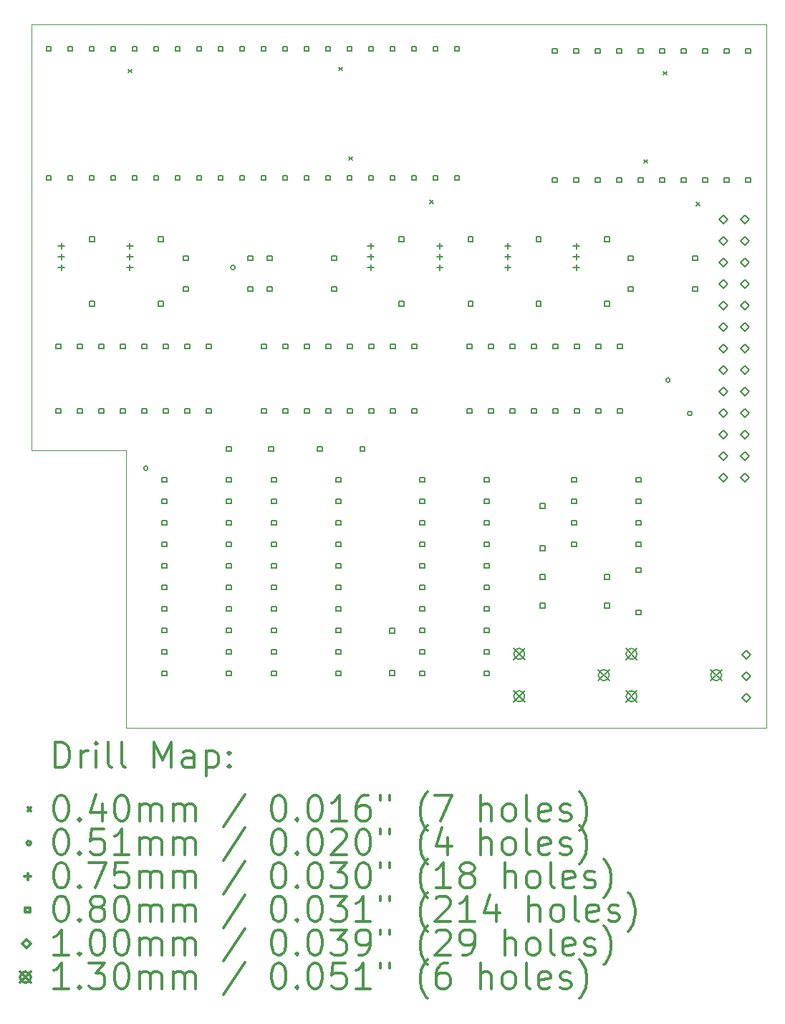
<source format=gbr>
%FSLAX45Y45*%
G04 Gerber Fmt 4.5, Leading zero omitted, Abs format (unit mm)*
G04 Created by KiCad (PCBNEW (5.1.9)-1) date 2023-05-09 22:05:57*
%MOMM*%
%LPD*%
G01*
G04 APERTURE LIST*
%TA.AperFunction,Profile*%
%ADD10C,0.050000*%
%TD*%
%ADD11C,0.200000*%
%ADD12C,0.300000*%
G04 APERTURE END LIST*
D10*
X13487000Y-8719000D02*
X14606000Y-8719000D01*
X13487000Y-3689000D02*
X13487000Y-8719000D01*
X22180000Y-8925000D02*
X22180000Y-11999000D01*
X14606000Y-11999000D02*
X14606000Y-8719000D01*
X22180000Y-3689000D02*
X22180000Y-8925000D01*
X14606000Y-11999000D02*
X22180000Y-11999000D01*
X13487000Y-3689000D02*
X22180000Y-3689000D01*
D11*
X14635800Y-4221800D02*
X14675800Y-4261800D01*
X14675800Y-4221800D02*
X14635800Y-4261800D01*
X17126600Y-4196400D02*
X17166600Y-4236400D01*
X17166600Y-4196400D02*
X17126600Y-4236400D01*
X17243000Y-5255000D02*
X17283000Y-5295000D01*
X17283000Y-5255000D02*
X17243000Y-5295000D01*
X18199861Y-5768279D02*
X18239861Y-5808279D01*
X18239861Y-5768279D02*
X18199861Y-5808279D01*
X20731800Y-5288600D02*
X20771800Y-5328600D01*
X20771800Y-5288600D02*
X20731800Y-5328600D01*
X20960400Y-4247200D02*
X21000400Y-4287200D01*
X21000400Y-4247200D02*
X20960400Y-4287200D01*
X21351855Y-5794994D02*
X21391855Y-5834994D01*
X21391855Y-5794994D02*
X21351855Y-5834994D01*
X14866900Y-8932500D02*
G75*
G03*
X14866900Y-8932500I-25400J0D01*
G01*
X15897400Y-6562000D02*
G75*
G03*
X15897400Y-6562000I-25400J0D01*
G01*
X21039400Y-7892500D02*
G75*
G03*
X21039400Y-7892500I-25400J0D01*
G01*
X21296900Y-8285000D02*
G75*
G03*
X21296900Y-8285000I-25400J0D01*
G01*
X13842400Y-6270500D02*
X13842400Y-6345500D01*
X13804900Y-6308000D02*
X13879900Y-6308000D01*
X13842400Y-6397500D02*
X13842400Y-6472500D01*
X13804900Y-6435000D02*
X13879900Y-6435000D01*
X13842400Y-6524500D02*
X13842400Y-6599500D01*
X13804900Y-6562000D02*
X13879900Y-6562000D01*
X14652933Y-6270500D02*
X14652933Y-6345500D01*
X14615433Y-6308000D02*
X14690433Y-6308000D01*
X14652933Y-6397500D02*
X14652933Y-6472500D01*
X14615433Y-6435000D02*
X14690433Y-6435000D01*
X14652933Y-6524500D02*
X14652933Y-6599500D01*
X14615433Y-6562000D02*
X14690433Y-6562000D01*
X17500600Y-6270500D02*
X17500600Y-6345500D01*
X17463100Y-6308000D02*
X17538100Y-6308000D01*
X17500600Y-6397500D02*
X17500600Y-6472500D01*
X17463100Y-6435000D02*
X17538100Y-6435000D01*
X17500600Y-6524500D02*
X17500600Y-6599500D01*
X17463100Y-6562000D02*
X17538100Y-6562000D01*
X18316600Y-6270500D02*
X18316600Y-6345500D01*
X18279100Y-6308000D02*
X18354100Y-6308000D01*
X18316600Y-6397500D02*
X18316600Y-6472500D01*
X18279100Y-6435000D02*
X18354100Y-6435000D01*
X18316600Y-6524500D02*
X18316600Y-6599500D01*
X18279100Y-6562000D02*
X18354100Y-6562000D01*
X19121067Y-6270500D02*
X19121067Y-6345500D01*
X19083567Y-6308000D02*
X19158567Y-6308000D01*
X19121067Y-6397500D02*
X19121067Y-6472500D01*
X19083567Y-6435000D02*
X19158567Y-6435000D01*
X19121067Y-6524500D02*
X19121067Y-6599500D01*
X19083567Y-6562000D02*
X19158567Y-6562000D01*
X19931600Y-6270500D02*
X19931600Y-6345500D01*
X19894100Y-6308000D02*
X19969100Y-6308000D01*
X19931600Y-6397500D02*
X19931600Y-6472500D01*
X19894100Y-6435000D02*
X19969100Y-6435000D01*
X19931600Y-6524500D02*
X19931600Y-6599500D01*
X19894100Y-6562000D02*
X19969100Y-6562000D01*
X13722284Y-4007084D02*
X13722284Y-3950515D01*
X13665715Y-3950515D01*
X13665715Y-4007084D01*
X13722284Y-4007084D01*
X13722284Y-5531085D02*
X13722284Y-5474516D01*
X13665715Y-5474516D01*
X13665715Y-5531085D01*
X13722284Y-5531085D01*
X13836684Y-7521284D02*
X13836684Y-7464715D01*
X13780115Y-7464715D01*
X13780115Y-7521284D01*
X13836684Y-7521284D01*
X13836684Y-8283284D02*
X13836684Y-8226715D01*
X13780115Y-8226715D01*
X13780115Y-8283284D01*
X13836684Y-8283284D01*
X13976284Y-4007084D02*
X13976284Y-3950515D01*
X13919715Y-3950515D01*
X13919715Y-4007084D01*
X13976284Y-4007084D01*
X13976284Y-5531085D02*
X13976284Y-5474516D01*
X13919715Y-5474516D01*
X13919715Y-5531085D01*
X13976284Y-5531085D01*
X14090684Y-7521284D02*
X14090684Y-7464715D01*
X14034115Y-7464715D01*
X14034115Y-7521284D01*
X14090684Y-7521284D01*
X14090684Y-8283284D02*
X14090684Y-8226715D01*
X14034115Y-8226715D01*
X14034115Y-8283284D01*
X14090684Y-8283284D01*
X14230284Y-4007084D02*
X14230284Y-3950515D01*
X14173715Y-3950515D01*
X14173715Y-4007084D01*
X14230284Y-4007084D01*
X14230284Y-5531085D02*
X14230284Y-5474516D01*
X14173715Y-5474516D01*
X14173715Y-5531085D01*
X14230284Y-5531085D01*
X14234684Y-6257284D02*
X14234684Y-6200715D01*
X14178115Y-6200715D01*
X14178115Y-6257284D01*
X14234684Y-6257284D01*
X14234684Y-7019284D02*
X14234684Y-6962715D01*
X14178115Y-6962715D01*
X14178115Y-7019284D01*
X14234684Y-7019284D01*
X14344684Y-7521284D02*
X14344684Y-7464715D01*
X14288115Y-7464715D01*
X14288115Y-7521284D01*
X14344684Y-7521284D01*
X14344684Y-8283284D02*
X14344684Y-8226715D01*
X14288115Y-8226715D01*
X14288115Y-8283284D01*
X14344684Y-8283284D01*
X14484284Y-4007084D02*
X14484284Y-3950515D01*
X14427715Y-3950515D01*
X14427715Y-4007084D01*
X14484284Y-4007084D01*
X14484284Y-5531085D02*
X14484284Y-5474516D01*
X14427715Y-5474516D01*
X14427715Y-5531085D01*
X14484284Y-5531085D01*
X14598684Y-7521284D02*
X14598684Y-7464715D01*
X14542115Y-7464715D01*
X14542115Y-7521284D01*
X14598684Y-7521284D01*
X14598684Y-8283284D02*
X14598684Y-8226715D01*
X14542115Y-8226715D01*
X14542115Y-8283284D01*
X14598684Y-8283284D01*
X14738284Y-4007084D02*
X14738284Y-3950515D01*
X14681715Y-3950515D01*
X14681715Y-4007084D01*
X14738284Y-4007084D01*
X14738284Y-5531085D02*
X14738284Y-5474516D01*
X14681715Y-5474516D01*
X14681715Y-5531085D01*
X14738284Y-5531085D01*
X14852684Y-7521284D02*
X14852684Y-7464715D01*
X14796115Y-7464715D01*
X14796115Y-7521284D01*
X14852684Y-7521284D01*
X14852684Y-8283284D02*
X14852684Y-8226715D01*
X14796115Y-8226715D01*
X14796115Y-8283284D01*
X14852684Y-8283284D01*
X14992284Y-4007084D02*
X14992284Y-3950515D01*
X14935715Y-3950515D01*
X14935715Y-4007084D01*
X14992284Y-4007084D01*
X14992284Y-5531085D02*
X14992284Y-5474516D01*
X14935715Y-5474516D01*
X14935715Y-5531085D01*
X14992284Y-5531085D01*
X15045218Y-6257284D02*
X15045218Y-6200715D01*
X14988649Y-6200715D01*
X14988649Y-6257284D01*
X15045218Y-6257284D01*
X15045218Y-7019284D02*
X15045218Y-6962715D01*
X14988649Y-6962715D01*
X14988649Y-7019284D01*
X15045218Y-7019284D01*
X15090484Y-9096085D02*
X15090484Y-9039516D01*
X15033915Y-9039516D01*
X15033915Y-9096085D01*
X15090484Y-9096085D01*
X15090484Y-9350085D02*
X15090484Y-9293516D01*
X15033915Y-9293516D01*
X15033915Y-9350085D01*
X15090484Y-9350085D01*
X15090484Y-9604085D02*
X15090484Y-9547516D01*
X15033915Y-9547516D01*
X15033915Y-9604085D01*
X15090484Y-9604085D01*
X15090484Y-9858085D02*
X15090484Y-9801516D01*
X15033915Y-9801516D01*
X15033915Y-9858085D01*
X15090484Y-9858085D01*
X15090484Y-10112085D02*
X15090484Y-10055516D01*
X15033915Y-10055516D01*
X15033915Y-10112085D01*
X15090484Y-10112085D01*
X15090484Y-10366085D02*
X15090484Y-10309516D01*
X15033915Y-10309516D01*
X15033915Y-10366085D01*
X15090484Y-10366085D01*
X15090484Y-10620085D02*
X15090484Y-10563516D01*
X15033915Y-10563516D01*
X15033915Y-10620085D01*
X15090484Y-10620085D01*
X15090484Y-10874085D02*
X15090484Y-10817516D01*
X15033915Y-10817516D01*
X15033915Y-10874085D01*
X15090484Y-10874085D01*
X15090484Y-11128085D02*
X15090484Y-11071516D01*
X15033915Y-11071516D01*
X15033915Y-11128085D01*
X15090484Y-11128085D01*
X15090484Y-11382084D02*
X15090484Y-11325515D01*
X15033915Y-11325515D01*
X15033915Y-11382084D01*
X15090484Y-11382084D01*
X15106684Y-7521284D02*
X15106684Y-7464715D01*
X15050115Y-7464715D01*
X15050115Y-7521284D01*
X15106684Y-7521284D01*
X15106684Y-8283284D02*
X15106684Y-8226715D01*
X15050115Y-8226715D01*
X15050115Y-8283284D01*
X15106684Y-8283284D01*
X15246284Y-4007084D02*
X15246284Y-3950515D01*
X15189715Y-3950515D01*
X15189715Y-4007084D01*
X15246284Y-4007084D01*
X15246284Y-5531085D02*
X15246284Y-5474516D01*
X15189715Y-5474516D01*
X15189715Y-5531085D01*
X15246284Y-5531085D01*
X15344484Y-6480284D02*
X15344484Y-6423715D01*
X15287915Y-6423715D01*
X15287915Y-6480284D01*
X15344484Y-6480284D01*
X15344484Y-6844284D02*
X15344484Y-6787715D01*
X15287915Y-6787715D01*
X15287915Y-6844284D01*
X15344484Y-6844284D01*
X15360684Y-7521284D02*
X15360684Y-7464715D01*
X15304115Y-7464715D01*
X15304115Y-7521284D01*
X15360684Y-7521284D01*
X15360684Y-8283284D02*
X15360684Y-8226715D01*
X15304115Y-8226715D01*
X15304115Y-8283284D01*
X15360684Y-8283284D01*
X15500284Y-4007084D02*
X15500284Y-3950515D01*
X15443715Y-3950515D01*
X15443715Y-4007084D01*
X15500284Y-4007084D01*
X15500284Y-5531085D02*
X15500284Y-5474516D01*
X15443715Y-5474516D01*
X15443715Y-5531085D01*
X15500284Y-5531085D01*
X15614684Y-7521284D02*
X15614684Y-7464715D01*
X15558115Y-7464715D01*
X15558115Y-7521284D01*
X15614684Y-7521284D01*
X15614684Y-8283284D02*
X15614684Y-8226715D01*
X15558115Y-8226715D01*
X15558115Y-8283284D01*
X15614684Y-8283284D01*
X15754284Y-4007084D02*
X15754284Y-3950515D01*
X15697715Y-3950515D01*
X15697715Y-4007084D01*
X15754284Y-4007084D01*
X15754284Y-5531085D02*
X15754284Y-5474516D01*
X15697715Y-5474516D01*
X15697715Y-5531085D01*
X15754284Y-5531085D01*
X15852484Y-8733285D02*
X15852484Y-8676716D01*
X15795915Y-8676716D01*
X15795915Y-8733285D01*
X15852484Y-8733285D01*
X15852484Y-9096085D02*
X15852484Y-9039516D01*
X15795915Y-9039516D01*
X15795915Y-9096085D01*
X15852484Y-9096085D01*
X15852484Y-9350085D02*
X15852484Y-9293516D01*
X15795915Y-9293516D01*
X15795915Y-9350085D01*
X15852484Y-9350085D01*
X15852484Y-9604085D02*
X15852484Y-9547516D01*
X15795915Y-9547516D01*
X15795915Y-9604085D01*
X15852484Y-9604085D01*
X15852484Y-9858085D02*
X15852484Y-9801516D01*
X15795915Y-9801516D01*
X15795915Y-9858085D01*
X15852484Y-9858085D01*
X15852484Y-10112085D02*
X15852484Y-10055516D01*
X15795915Y-10055516D01*
X15795915Y-10112085D01*
X15852484Y-10112085D01*
X15852484Y-10366085D02*
X15852484Y-10309516D01*
X15795915Y-10309516D01*
X15795915Y-10366085D01*
X15852484Y-10366085D01*
X15852484Y-10620085D02*
X15852484Y-10563516D01*
X15795915Y-10563516D01*
X15795915Y-10620085D01*
X15852484Y-10620085D01*
X15852484Y-10874085D02*
X15852484Y-10817516D01*
X15795915Y-10817516D01*
X15795915Y-10874085D01*
X15852484Y-10874085D01*
X15852484Y-11128085D02*
X15852484Y-11071516D01*
X15795915Y-11071516D01*
X15795915Y-11128085D01*
X15852484Y-11128085D01*
X15852484Y-11382084D02*
X15852484Y-11325515D01*
X15795915Y-11325515D01*
X15795915Y-11382084D01*
X15852484Y-11382084D01*
X16008284Y-4007084D02*
X16008284Y-3950515D01*
X15951715Y-3950515D01*
X15951715Y-4007084D01*
X16008284Y-4007084D01*
X16008284Y-5531085D02*
X16008284Y-5474516D01*
X15951715Y-5474516D01*
X15951715Y-5531085D01*
X16008284Y-5531085D01*
X16106484Y-6480284D02*
X16106484Y-6423715D01*
X16049915Y-6423715D01*
X16049915Y-6480284D01*
X16106484Y-6480284D01*
X16106484Y-6844284D02*
X16106484Y-6787715D01*
X16049915Y-6787715D01*
X16049915Y-6844284D01*
X16106484Y-6844284D01*
X16262284Y-4007084D02*
X16262284Y-3950515D01*
X16205715Y-3950515D01*
X16205715Y-4007084D01*
X16262284Y-4007084D01*
X16262284Y-5531085D02*
X16262284Y-5474516D01*
X16205715Y-5474516D01*
X16205715Y-5531085D01*
X16262284Y-5531085D01*
X16266984Y-7521284D02*
X16266984Y-7464715D01*
X16210415Y-7464715D01*
X16210415Y-7521284D01*
X16266984Y-7521284D01*
X16266984Y-8283284D02*
X16266984Y-8226715D01*
X16210415Y-8226715D01*
X16210415Y-8283284D01*
X16266984Y-8283284D01*
X16335084Y-6480284D02*
X16335084Y-6423715D01*
X16278515Y-6423715D01*
X16278515Y-6480284D01*
X16335084Y-6480284D01*
X16335084Y-6844284D02*
X16335084Y-6787715D01*
X16278515Y-6787715D01*
X16278515Y-6844284D01*
X16335084Y-6844284D01*
X16352484Y-8733285D02*
X16352484Y-8676716D01*
X16295915Y-8676716D01*
X16295915Y-8733285D01*
X16352484Y-8733285D01*
X16385884Y-9096085D02*
X16385884Y-9039516D01*
X16329315Y-9039516D01*
X16329315Y-9096085D01*
X16385884Y-9096085D01*
X16385884Y-9350085D02*
X16385884Y-9293516D01*
X16329315Y-9293516D01*
X16329315Y-9350085D01*
X16385884Y-9350085D01*
X16385884Y-9604085D02*
X16385884Y-9547516D01*
X16329315Y-9547516D01*
X16329315Y-9604085D01*
X16385884Y-9604085D01*
X16385884Y-9858085D02*
X16385884Y-9801516D01*
X16329315Y-9801516D01*
X16329315Y-9858085D01*
X16385884Y-9858085D01*
X16385884Y-10112085D02*
X16385884Y-10055516D01*
X16329315Y-10055516D01*
X16329315Y-10112085D01*
X16385884Y-10112085D01*
X16385884Y-10366085D02*
X16385884Y-10309516D01*
X16329315Y-10309516D01*
X16329315Y-10366085D01*
X16385884Y-10366085D01*
X16385884Y-10620085D02*
X16385884Y-10563516D01*
X16329315Y-10563516D01*
X16329315Y-10620085D01*
X16385884Y-10620085D01*
X16385884Y-10874085D02*
X16385884Y-10817516D01*
X16329315Y-10817516D01*
X16329315Y-10874085D01*
X16385884Y-10874085D01*
X16385884Y-11128085D02*
X16385884Y-11071516D01*
X16329315Y-11071516D01*
X16329315Y-11128085D01*
X16385884Y-11128085D01*
X16385884Y-11382084D02*
X16385884Y-11325515D01*
X16329315Y-11325515D01*
X16329315Y-11382084D01*
X16385884Y-11382084D01*
X16516284Y-4007084D02*
X16516284Y-3950515D01*
X16459715Y-3950515D01*
X16459715Y-4007084D01*
X16516284Y-4007084D01*
X16516284Y-5531085D02*
X16516284Y-5474516D01*
X16459715Y-5474516D01*
X16459715Y-5531085D01*
X16516284Y-5531085D01*
X16520984Y-7521284D02*
X16520984Y-7464715D01*
X16464415Y-7464715D01*
X16464415Y-7521284D01*
X16520984Y-7521284D01*
X16520984Y-8283284D02*
X16520984Y-8226715D01*
X16464415Y-8226715D01*
X16464415Y-8283284D01*
X16520984Y-8283284D01*
X16770284Y-4007084D02*
X16770284Y-3950515D01*
X16713715Y-3950515D01*
X16713715Y-4007084D01*
X16770284Y-4007084D01*
X16770284Y-5531085D02*
X16770284Y-5474516D01*
X16713715Y-5474516D01*
X16713715Y-5531085D01*
X16770284Y-5531085D01*
X16774984Y-7521284D02*
X16774984Y-7464715D01*
X16718415Y-7464715D01*
X16718415Y-7521284D01*
X16774984Y-7521284D01*
X16774984Y-8283284D02*
X16774984Y-8226715D01*
X16718415Y-8226715D01*
X16718415Y-8283284D01*
X16774984Y-8283284D01*
X16929785Y-8733285D02*
X16929785Y-8676716D01*
X16873216Y-8676716D01*
X16873216Y-8733285D01*
X16929785Y-8733285D01*
X17024285Y-4007084D02*
X17024285Y-3950515D01*
X16967716Y-3950515D01*
X16967716Y-4007084D01*
X17024285Y-4007084D01*
X17024285Y-5531085D02*
X17024285Y-5474516D01*
X16967716Y-5474516D01*
X16967716Y-5531085D01*
X17024285Y-5531085D01*
X17028985Y-7521284D02*
X17028985Y-7464715D01*
X16972416Y-7464715D01*
X16972416Y-7521284D01*
X17028985Y-7521284D01*
X17028985Y-8283284D02*
X17028985Y-8226715D01*
X16972416Y-8226715D01*
X16972416Y-8283284D01*
X17028985Y-8283284D01*
X17097085Y-6480284D02*
X17097085Y-6423715D01*
X17040516Y-6423715D01*
X17040516Y-6480284D01*
X17097085Y-6480284D01*
X17097085Y-6844284D02*
X17097085Y-6787715D01*
X17040516Y-6787715D01*
X17040516Y-6844284D01*
X17097085Y-6844284D01*
X17147885Y-9096085D02*
X17147885Y-9039516D01*
X17091316Y-9039516D01*
X17091316Y-9096085D01*
X17147885Y-9096085D01*
X17147885Y-9350085D02*
X17147885Y-9293516D01*
X17091316Y-9293516D01*
X17091316Y-9350085D01*
X17147885Y-9350085D01*
X17147885Y-9604085D02*
X17147885Y-9547516D01*
X17091316Y-9547516D01*
X17091316Y-9604085D01*
X17147885Y-9604085D01*
X17147885Y-9858085D02*
X17147885Y-9801516D01*
X17091316Y-9801516D01*
X17091316Y-9858085D01*
X17147885Y-9858085D01*
X17147885Y-10112085D02*
X17147885Y-10055516D01*
X17091316Y-10055516D01*
X17091316Y-10112085D01*
X17147885Y-10112085D01*
X17147885Y-10366085D02*
X17147885Y-10309516D01*
X17091316Y-10309516D01*
X17091316Y-10366085D01*
X17147885Y-10366085D01*
X17147885Y-10620085D02*
X17147885Y-10563516D01*
X17091316Y-10563516D01*
X17091316Y-10620085D01*
X17147885Y-10620085D01*
X17147885Y-10874085D02*
X17147885Y-10817516D01*
X17091316Y-10817516D01*
X17091316Y-10874085D01*
X17147885Y-10874085D01*
X17147885Y-11128085D02*
X17147885Y-11071516D01*
X17091316Y-11071516D01*
X17091316Y-11128085D01*
X17147885Y-11128085D01*
X17147885Y-11382084D02*
X17147885Y-11325515D01*
X17091316Y-11325515D01*
X17091316Y-11382084D01*
X17147885Y-11382084D01*
X17278285Y-4007084D02*
X17278285Y-3950515D01*
X17221716Y-3950515D01*
X17221716Y-4007084D01*
X17278285Y-4007084D01*
X17278285Y-5531085D02*
X17278285Y-5474516D01*
X17221716Y-5474516D01*
X17221716Y-5531085D01*
X17278285Y-5531085D01*
X17282985Y-7521284D02*
X17282985Y-7464715D01*
X17226416Y-7464715D01*
X17226416Y-7521284D01*
X17282985Y-7521284D01*
X17282985Y-8283284D02*
X17282985Y-8226715D01*
X17226416Y-8226715D01*
X17226416Y-8283284D01*
X17282985Y-8283284D01*
X17429785Y-8733285D02*
X17429785Y-8676716D01*
X17373216Y-8676716D01*
X17373216Y-8733285D01*
X17429785Y-8733285D01*
X17532285Y-4007084D02*
X17532285Y-3950515D01*
X17475716Y-3950515D01*
X17475716Y-4007084D01*
X17532285Y-4007084D01*
X17532285Y-5531085D02*
X17532285Y-5474516D01*
X17475716Y-5474516D01*
X17475716Y-5531085D01*
X17532285Y-5531085D01*
X17536985Y-7521284D02*
X17536985Y-7464715D01*
X17480416Y-7464715D01*
X17480416Y-7521284D01*
X17536985Y-7521284D01*
X17536985Y-8283284D02*
X17536985Y-8226715D01*
X17480416Y-8226715D01*
X17480416Y-8283284D01*
X17536985Y-8283284D01*
X17784785Y-10880785D02*
X17784785Y-10824216D01*
X17728216Y-10824216D01*
X17728216Y-10880785D01*
X17784785Y-10880785D01*
X17784785Y-11380784D02*
X17784785Y-11324215D01*
X17728216Y-11324215D01*
X17728216Y-11380784D01*
X17784785Y-11380784D01*
X17786285Y-4007084D02*
X17786285Y-3950515D01*
X17729716Y-3950515D01*
X17729716Y-4007084D01*
X17786285Y-4007084D01*
X17786285Y-5531085D02*
X17786285Y-5474516D01*
X17729716Y-5474516D01*
X17729716Y-5531085D01*
X17786285Y-5531085D01*
X17790985Y-7521284D02*
X17790985Y-7464715D01*
X17734416Y-7464715D01*
X17734416Y-7521284D01*
X17790985Y-7521284D01*
X17790985Y-8283284D02*
X17790985Y-8226715D01*
X17734416Y-8226715D01*
X17734416Y-8283284D01*
X17790985Y-8283284D01*
X17892885Y-6257284D02*
X17892885Y-6200715D01*
X17836316Y-6200715D01*
X17836316Y-6257284D01*
X17892885Y-6257284D01*
X17892885Y-7019284D02*
X17892885Y-6962715D01*
X17836316Y-6962715D01*
X17836316Y-7019284D01*
X17892885Y-7019284D01*
X18040285Y-4007084D02*
X18040285Y-3950515D01*
X17983716Y-3950515D01*
X17983716Y-4007084D01*
X18040285Y-4007084D01*
X18040285Y-5531085D02*
X18040285Y-5474516D01*
X17983716Y-5474516D01*
X17983716Y-5531085D01*
X18040285Y-5531085D01*
X18044985Y-7521284D02*
X18044985Y-7464715D01*
X17988416Y-7464715D01*
X17988416Y-7521284D01*
X18044985Y-7521284D01*
X18044985Y-8283284D02*
X18044985Y-8226715D01*
X17988416Y-8226715D01*
X17988416Y-8283284D01*
X18044985Y-8283284D01*
X18138485Y-9096085D02*
X18138485Y-9039516D01*
X18081916Y-9039516D01*
X18081916Y-9096085D01*
X18138485Y-9096085D01*
X18138485Y-9350085D02*
X18138485Y-9293516D01*
X18081916Y-9293516D01*
X18081916Y-9350085D01*
X18138485Y-9350085D01*
X18138485Y-9604085D02*
X18138485Y-9547516D01*
X18081916Y-9547516D01*
X18081916Y-9604085D01*
X18138485Y-9604085D01*
X18138485Y-9858085D02*
X18138485Y-9801516D01*
X18081916Y-9801516D01*
X18081916Y-9858085D01*
X18138485Y-9858085D01*
X18138485Y-10112085D02*
X18138485Y-10055516D01*
X18081916Y-10055516D01*
X18081916Y-10112085D01*
X18138485Y-10112085D01*
X18138485Y-10366085D02*
X18138485Y-10309516D01*
X18081916Y-10309516D01*
X18081916Y-10366085D01*
X18138485Y-10366085D01*
X18138485Y-10620085D02*
X18138485Y-10563516D01*
X18081916Y-10563516D01*
X18081916Y-10620085D01*
X18138485Y-10620085D01*
X18138485Y-10874085D02*
X18138485Y-10817516D01*
X18081916Y-10817516D01*
X18081916Y-10874085D01*
X18138485Y-10874085D01*
X18138485Y-11128085D02*
X18138485Y-11071516D01*
X18081916Y-11071516D01*
X18081916Y-11128085D01*
X18138485Y-11128085D01*
X18138485Y-11382084D02*
X18138485Y-11325515D01*
X18081916Y-11325515D01*
X18081916Y-11382084D01*
X18138485Y-11382084D01*
X18294285Y-4007084D02*
X18294285Y-3950515D01*
X18237716Y-3950515D01*
X18237716Y-4007084D01*
X18294285Y-4007084D01*
X18294285Y-5531085D02*
X18294285Y-5474516D01*
X18237716Y-5474516D01*
X18237716Y-5531085D01*
X18294285Y-5531085D01*
X18548285Y-4007084D02*
X18548285Y-3950515D01*
X18491716Y-3950515D01*
X18491716Y-4007084D01*
X18548285Y-4007084D01*
X18548285Y-5531085D02*
X18548285Y-5474516D01*
X18491716Y-5474516D01*
X18491716Y-5531085D01*
X18548285Y-5531085D01*
X18697285Y-7521284D02*
X18697285Y-7464715D01*
X18640716Y-7464715D01*
X18640716Y-7521284D01*
X18697285Y-7521284D01*
X18697285Y-8283284D02*
X18697285Y-8226715D01*
X18640716Y-8226715D01*
X18640716Y-8283284D01*
X18697285Y-8283284D01*
X18708885Y-6257284D02*
X18708885Y-6200715D01*
X18652316Y-6200715D01*
X18652316Y-6257284D01*
X18708885Y-6257284D01*
X18708885Y-7019284D02*
X18708885Y-6962715D01*
X18652316Y-6962715D01*
X18652316Y-7019284D01*
X18708885Y-7019284D01*
X18900485Y-9096085D02*
X18900485Y-9039516D01*
X18843916Y-9039516D01*
X18843916Y-9096085D01*
X18900485Y-9096085D01*
X18900485Y-9350085D02*
X18900485Y-9293516D01*
X18843916Y-9293516D01*
X18843916Y-9350085D01*
X18900485Y-9350085D01*
X18900485Y-9604085D02*
X18900485Y-9547516D01*
X18843916Y-9547516D01*
X18843916Y-9604085D01*
X18900485Y-9604085D01*
X18900485Y-9858085D02*
X18900485Y-9801516D01*
X18843916Y-9801516D01*
X18843916Y-9858085D01*
X18900485Y-9858085D01*
X18900485Y-10112085D02*
X18900485Y-10055516D01*
X18843916Y-10055516D01*
X18843916Y-10112085D01*
X18900485Y-10112085D01*
X18900485Y-10366085D02*
X18900485Y-10309516D01*
X18843916Y-10309516D01*
X18843916Y-10366085D01*
X18900485Y-10366085D01*
X18900485Y-10620085D02*
X18900485Y-10563516D01*
X18843916Y-10563516D01*
X18843916Y-10620085D01*
X18900485Y-10620085D01*
X18900485Y-10874085D02*
X18900485Y-10817516D01*
X18843916Y-10817516D01*
X18843916Y-10874085D01*
X18900485Y-10874085D01*
X18900485Y-11128085D02*
X18900485Y-11071516D01*
X18843916Y-11071516D01*
X18843916Y-11128085D01*
X18900485Y-11128085D01*
X18900485Y-11382084D02*
X18900485Y-11325515D01*
X18843916Y-11325515D01*
X18843916Y-11382084D01*
X18900485Y-11382084D01*
X18951285Y-7521284D02*
X18951285Y-7464715D01*
X18894716Y-7464715D01*
X18894716Y-7521284D01*
X18951285Y-7521284D01*
X18951285Y-8283284D02*
X18951285Y-8226715D01*
X18894716Y-8226715D01*
X18894716Y-8283284D01*
X18951285Y-8283284D01*
X19205285Y-7521284D02*
X19205285Y-7464715D01*
X19148716Y-7464715D01*
X19148716Y-7521284D01*
X19205285Y-7521284D01*
X19205285Y-8283284D02*
X19205285Y-8226715D01*
X19148716Y-8226715D01*
X19148716Y-8283284D01*
X19205285Y-8283284D01*
X19459285Y-7521284D02*
X19459285Y-7464715D01*
X19402716Y-7464715D01*
X19402716Y-7521284D01*
X19459285Y-7521284D01*
X19459285Y-8283284D02*
X19459285Y-8226715D01*
X19402716Y-8226715D01*
X19402716Y-8283284D01*
X19459285Y-8283284D01*
X19513351Y-6257284D02*
X19513351Y-6200715D01*
X19456782Y-6200715D01*
X19456782Y-6257284D01*
X19513351Y-6257284D01*
X19513351Y-7019284D02*
X19513351Y-6962715D01*
X19456782Y-6962715D01*
X19456782Y-7019284D01*
X19513351Y-7019284D01*
X19557285Y-9403285D02*
X19557285Y-9346716D01*
X19500716Y-9346716D01*
X19500716Y-9403285D01*
X19557285Y-9403285D01*
X19557285Y-9903285D02*
X19557285Y-9846716D01*
X19500716Y-9846716D01*
X19500716Y-9903285D01*
X19557285Y-9903285D01*
X19557285Y-10243285D02*
X19557285Y-10186716D01*
X19500716Y-10186716D01*
X19500716Y-10243285D01*
X19557285Y-10243285D01*
X19557285Y-10580785D02*
X19557285Y-10524216D01*
X19500716Y-10524216D01*
X19500716Y-10580785D01*
X19557285Y-10580785D01*
X19702085Y-4032484D02*
X19702085Y-3975915D01*
X19645516Y-3975915D01*
X19645516Y-4032484D01*
X19702085Y-4032484D01*
X19702085Y-5556485D02*
X19702085Y-5499916D01*
X19645516Y-5499916D01*
X19645516Y-5556485D01*
X19702085Y-5556485D01*
X19713285Y-7521284D02*
X19713285Y-7464715D01*
X19656716Y-7464715D01*
X19656716Y-7521284D01*
X19713285Y-7521284D01*
X19713285Y-8283284D02*
X19713285Y-8226715D01*
X19656716Y-8226715D01*
X19656716Y-8283284D01*
X19713285Y-8283284D01*
X19932285Y-9096085D02*
X19932285Y-9039516D01*
X19875716Y-9039516D01*
X19875716Y-9096085D01*
X19932285Y-9096085D01*
X19932285Y-9350085D02*
X19932285Y-9293516D01*
X19875716Y-9293516D01*
X19875716Y-9350085D01*
X19932285Y-9350085D01*
X19932285Y-9604085D02*
X19932285Y-9547516D01*
X19875716Y-9547516D01*
X19875716Y-9604085D01*
X19932285Y-9604085D01*
X19932285Y-9858085D02*
X19932285Y-9801516D01*
X19875716Y-9801516D01*
X19875716Y-9858085D01*
X19932285Y-9858085D01*
X19956085Y-4032484D02*
X19956085Y-3975915D01*
X19899516Y-3975915D01*
X19899516Y-4032484D01*
X19956085Y-4032484D01*
X19956085Y-5556485D02*
X19956085Y-5499916D01*
X19899516Y-5499916D01*
X19899516Y-5556485D01*
X19956085Y-5556485D01*
X19967285Y-7521284D02*
X19967285Y-7464715D01*
X19910716Y-7464715D01*
X19910716Y-7521284D01*
X19967285Y-7521284D01*
X19967285Y-8283284D02*
X19967285Y-8226715D01*
X19910716Y-8226715D01*
X19910716Y-8283284D01*
X19967285Y-8283284D01*
X20210085Y-4032484D02*
X20210085Y-3975915D01*
X20153516Y-3975915D01*
X20153516Y-4032484D01*
X20210085Y-4032484D01*
X20210085Y-5556485D02*
X20210085Y-5499916D01*
X20153516Y-5499916D01*
X20153516Y-5556485D01*
X20210085Y-5556485D01*
X20221285Y-7521284D02*
X20221285Y-7464715D01*
X20164716Y-7464715D01*
X20164716Y-7521284D01*
X20221285Y-7521284D01*
X20221285Y-8283284D02*
X20221285Y-8226715D01*
X20164716Y-8226715D01*
X20164716Y-8283284D01*
X20221285Y-8283284D01*
X20319285Y-10243285D02*
X20319285Y-10186716D01*
X20262716Y-10186716D01*
X20262716Y-10243285D01*
X20319285Y-10243285D01*
X20319285Y-10580785D02*
X20319285Y-10524216D01*
X20262716Y-10524216D01*
X20262716Y-10580785D01*
X20319285Y-10580785D01*
X20323885Y-6257284D02*
X20323885Y-6200715D01*
X20267316Y-6200715D01*
X20267316Y-6257284D01*
X20323885Y-6257284D01*
X20323885Y-7019284D02*
X20323885Y-6962715D01*
X20267316Y-6962715D01*
X20267316Y-7019284D01*
X20323885Y-7019284D01*
X20464085Y-4032484D02*
X20464085Y-3975915D01*
X20407516Y-3975915D01*
X20407516Y-4032484D01*
X20464085Y-4032484D01*
X20464085Y-5556485D02*
X20464085Y-5499916D01*
X20407516Y-5499916D01*
X20407516Y-5556485D01*
X20464085Y-5556485D01*
X20475285Y-7521284D02*
X20475285Y-7464715D01*
X20418716Y-7464715D01*
X20418716Y-7521284D01*
X20475285Y-7521284D01*
X20475285Y-8283284D02*
X20475285Y-8226715D01*
X20418716Y-8226715D01*
X20418716Y-8283284D01*
X20475285Y-8283284D01*
X20602285Y-6480284D02*
X20602285Y-6423715D01*
X20545716Y-6423715D01*
X20545716Y-6480284D01*
X20602285Y-6480284D01*
X20602285Y-6844284D02*
X20602285Y-6787715D01*
X20545716Y-6787715D01*
X20545716Y-6844284D01*
X20602285Y-6844284D01*
X20694285Y-9096085D02*
X20694285Y-9039516D01*
X20637716Y-9039516D01*
X20637716Y-9096085D01*
X20694285Y-9096085D01*
X20694285Y-9350085D02*
X20694285Y-9293516D01*
X20637716Y-9293516D01*
X20637716Y-9350085D01*
X20694285Y-9350085D01*
X20694285Y-9604085D02*
X20694285Y-9547516D01*
X20637716Y-9547516D01*
X20637716Y-9604085D01*
X20694285Y-9604085D01*
X20694285Y-9858085D02*
X20694285Y-9801516D01*
X20637716Y-9801516D01*
X20637716Y-9858085D01*
X20694285Y-9858085D01*
X20694285Y-10163285D02*
X20694285Y-10106716D01*
X20637716Y-10106716D01*
X20637716Y-10163285D01*
X20694285Y-10163285D01*
X20694285Y-10663285D02*
X20694285Y-10606716D01*
X20637716Y-10606716D01*
X20637716Y-10663285D01*
X20694285Y-10663285D01*
X20718085Y-4032484D02*
X20718085Y-3975915D01*
X20661516Y-3975915D01*
X20661516Y-4032484D01*
X20718085Y-4032484D01*
X20718085Y-5556485D02*
X20718085Y-5499916D01*
X20661516Y-5499916D01*
X20661516Y-5556485D01*
X20718085Y-5556485D01*
X20972085Y-4032484D02*
X20972085Y-3975915D01*
X20915516Y-3975915D01*
X20915516Y-4032484D01*
X20972085Y-4032484D01*
X20972085Y-5556485D02*
X20972085Y-5499916D01*
X20915516Y-5499916D01*
X20915516Y-5556485D01*
X20972085Y-5556485D01*
X21226085Y-4032484D02*
X21226085Y-3975915D01*
X21169516Y-3975915D01*
X21169516Y-4032484D01*
X21226085Y-4032484D01*
X21226085Y-5556485D02*
X21226085Y-5499916D01*
X21169516Y-5499916D01*
X21169516Y-5556485D01*
X21226085Y-5556485D01*
X21364285Y-6480284D02*
X21364285Y-6423715D01*
X21307716Y-6423715D01*
X21307716Y-6480284D01*
X21364285Y-6480284D01*
X21364285Y-6844284D02*
X21364285Y-6787715D01*
X21307716Y-6787715D01*
X21307716Y-6844284D01*
X21364285Y-6844284D01*
X21480085Y-4032484D02*
X21480085Y-3975915D01*
X21423516Y-3975915D01*
X21423516Y-4032484D01*
X21480085Y-4032484D01*
X21480085Y-5556485D02*
X21480085Y-5499916D01*
X21423516Y-5499916D01*
X21423516Y-5556485D01*
X21480085Y-5556485D01*
X21734085Y-4032484D02*
X21734085Y-3975915D01*
X21677516Y-3975915D01*
X21677516Y-4032484D01*
X21734085Y-4032484D01*
X21734085Y-5556485D02*
X21734085Y-5499916D01*
X21677516Y-5499916D01*
X21677516Y-5556485D01*
X21734085Y-5556485D01*
X21988085Y-4032484D02*
X21988085Y-3975915D01*
X21931516Y-3975915D01*
X21931516Y-4032484D01*
X21988085Y-4032484D01*
X21988085Y-5556485D02*
X21988085Y-5499916D01*
X21931516Y-5499916D01*
X21931516Y-5556485D01*
X21988085Y-5556485D01*
X21672000Y-6045000D02*
X21722000Y-5995000D01*
X21672000Y-5945000D01*
X21622000Y-5995000D01*
X21672000Y-6045000D01*
X21672000Y-6299000D02*
X21722000Y-6249000D01*
X21672000Y-6199000D01*
X21622000Y-6249000D01*
X21672000Y-6299000D01*
X21672000Y-6553000D02*
X21722000Y-6503000D01*
X21672000Y-6453000D01*
X21622000Y-6503000D01*
X21672000Y-6553000D01*
X21672000Y-6807000D02*
X21722000Y-6757000D01*
X21672000Y-6707000D01*
X21622000Y-6757000D01*
X21672000Y-6807000D01*
X21672000Y-7061000D02*
X21722000Y-7011000D01*
X21672000Y-6961000D01*
X21622000Y-7011000D01*
X21672000Y-7061000D01*
X21672000Y-7315000D02*
X21722000Y-7265000D01*
X21672000Y-7215000D01*
X21622000Y-7265000D01*
X21672000Y-7315000D01*
X21672000Y-7569000D02*
X21722000Y-7519000D01*
X21672000Y-7469000D01*
X21622000Y-7519000D01*
X21672000Y-7569000D01*
X21672000Y-7823000D02*
X21722000Y-7773000D01*
X21672000Y-7723000D01*
X21622000Y-7773000D01*
X21672000Y-7823000D01*
X21672000Y-8077000D02*
X21722000Y-8027000D01*
X21672000Y-7977000D01*
X21622000Y-8027000D01*
X21672000Y-8077000D01*
X21672000Y-8331000D02*
X21722000Y-8281000D01*
X21672000Y-8231000D01*
X21622000Y-8281000D01*
X21672000Y-8331000D01*
X21672000Y-8585000D02*
X21722000Y-8535000D01*
X21672000Y-8485000D01*
X21622000Y-8535000D01*
X21672000Y-8585000D01*
X21672000Y-8839000D02*
X21722000Y-8789000D01*
X21672000Y-8739000D01*
X21622000Y-8789000D01*
X21672000Y-8839000D01*
X21672000Y-9093000D02*
X21722000Y-9043000D01*
X21672000Y-8993000D01*
X21622000Y-9043000D01*
X21672000Y-9093000D01*
X21926000Y-6045000D02*
X21976000Y-5995000D01*
X21926000Y-5945000D01*
X21876000Y-5995000D01*
X21926000Y-6045000D01*
X21926000Y-6299000D02*
X21976000Y-6249000D01*
X21926000Y-6199000D01*
X21876000Y-6249000D01*
X21926000Y-6299000D01*
X21926000Y-6553000D02*
X21976000Y-6503000D01*
X21926000Y-6453000D01*
X21876000Y-6503000D01*
X21926000Y-6553000D01*
X21926000Y-6807000D02*
X21976000Y-6757000D01*
X21926000Y-6707000D01*
X21876000Y-6757000D01*
X21926000Y-6807000D01*
X21926000Y-7061000D02*
X21976000Y-7011000D01*
X21926000Y-6961000D01*
X21876000Y-7011000D01*
X21926000Y-7061000D01*
X21926000Y-7315000D02*
X21976000Y-7265000D01*
X21926000Y-7215000D01*
X21876000Y-7265000D01*
X21926000Y-7315000D01*
X21926000Y-7569000D02*
X21976000Y-7519000D01*
X21926000Y-7469000D01*
X21876000Y-7519000D01*
X21926000Y-7569000D01*
X21926000Y-7823000D02*
X21976000Y-7773000D01*
X21926000Y-7723000D01*
X21876000Y-7773000D01*
X21926000Y-7823000D01*
X21926000Y-8077000D02*
X21976000Y-8027000D01*
X21926000Y-7977000D01*
X21876000Y-8027000D01*
X21926000Y-8077000D01*
X21926000Y-8331000D02*
X21976000Y-8281000D01*
X21926000Y-8231000D01*
X21876000Y-8281000D01*
X21926000Y-8331000D01*
X21926000Y-8585000D02*
X21976000Y-8535000D01*
X21926000Y-8485000D01*
X21876000Y-8535000D01*
X21926000Y-8585000D01*
X21926000Y-8839000D02*
X21976000Y-8789000D01*
X21926000Y-8739000D01*
X21876000Y-8789000D01*
X21926000Y-8839000D01*
X21926000Y-9093000D02*
X21976000Y-9043000D01*
X21926000Y-8993000D01*
X21876000Y-9043000D01*
X21926000Y-9093000D01*
X21944000Y-11187500D02*
X21994000Y-11137500D01*
X21944000Y-11087500D01*
X21894000Y-11137500D01*
X21944000Y-11187500D01*
X21944000Y-11441500D02*
X21994000Y-11391500D01*
X21944000Y-11341500D01*
X21894000Y-11391500D01*
X21944000Y-11441500D01*
X21944000Y-11695500D02*
X21994000Y-11645500D01*
X21944000Y-11595500D01*
X21894000Y-11645500D01*
X21944000Y-11695500D01*
X19191500Y-11060000D02*
X19321500Y-11190000D01*
X19321500Y-11060000D02*
X19191500Y-11190000D01*
X19321500Y-11125000D02*
G75*
G03*
X19321500Y-11125000I-65000J0D01*
G01*
X19191500Y-11560000D02*
X19321500Y-11690000D01*
X19321500Y-11560000D02*
X19191500Y-11690000D01*
X19321500Y-11625000D02*
G75*
G03*
X19321500Y-11625000I-65000J0D01*
G01*
X20191500Y-11310000D02*
X20321500Y-11440000D01*
X20321500Y-11310000D02*
X20191500Y-11440000D01*
X20321500Y-11375000D02*
G75*
G03*
X20321500Y-11375000I-65000J0D01*
G01*
X20519000Y-11060000D02*
X20649000Y-11190000D01*
X20649000Y-11060000D02*
X20519000Y-11190000D01*
X20649000Y-11125000D02*
G75*
G03*
X20649000Y-11125000I-65000J0D01*
G01*
X20519000Y-11560000D02*
X20649000Y-11690000D01*
X20649000Y-11560000D02*
X20519000Y-11690000D01*
X20649000Y-11625000D02*
G75*
G03*
X20649000Y-11625000I-65000J0D01*
G01*
X21519000Y-11310000D02*
X21649000Y-11440000D01*
X21649000Y-11310000D02*
X21519000Y-11440000D01*
X21649000Y-11375000D02*
G75*
G03*
X21649000Y-11375000I-65000J0D01*
G01*
D12*
X13770928Y-12467214D02*
X13770928Y-12167214D01*
X13842357Y-12167214D01*
X13885214Y-12181500D01*
X13913786Y-12210071D01*
X13928071Y-12238643D01*
X13942357Y-12295786D01*
X13942357Y-12338643D01*
X13928071Y-12395786D01*
X13913786Y-12424357D01*
X13885214Y-12452929D01*
X13842357Y-12467214D01*
X13770928Y-12467214D01*
X14070928Y-12467214D02*
X14070928Y-12267214D01*
X14070928Y-12324357D02*
X14085214Y-12295786D01*
X14099500Y-12281500D01*
X14128071Y-12267214D01*
X14156643Y-12267214D01*
X14256643Y-12467214D02*
X14256643Y-12267214D01*
X14256643Y-12167214D02*
X14242357Y-12181500D01*
X14256643Y-12195786D01*
X14270928Y-12181500D01*
X14256643Y-12167214D01*
X14256643Y-12195786D01*
X14442357Y-12467214D02*
X14413786Y-12452929D01*
X14399500Y-12424357D01*
X14399500Y-12167214D01*
X14599500Y-12467214D02*
X14570928Y-12452929D01*
X14556643Y-12424357D01*
X14556643Y-12167214D01*
X14942357Y-12467214D02*
X14942357Y-12167214D01*
X15042357Y-12381500D01*
X15142357Y-12167214D01*
X15142357Y-12467214D01*
X15413786Y-12467214D02*
X15413786Y-12310071D01*
X15399500Y-12281500D01*
X15370928Y-12267214D01*
X15313786Y-12267214D01*
X15285214Y-12281500D01*
X15413786Y-12452929D02*
X15385214Y-12467214D01*
X15313786Y-12467214D01*
X15285214Y-12452929D01*
X15270928Y-12424357D01*
X15270928Y-12395786D01*
X15285214Y-12367214D01*
X15313786Y-12352929D01*
X15385214Y-12352929D01*
X15413786Y-12338643D01*
X15556643Y-12267214D02*
X15556643Y-12567214D01*
X15556643Y-12281500D02*
X15585214Y-12267214D01*
X15642357Y-12267214D01*
X15670928Y-12281500D01*
X15685214Y-12295786D01*
X15699500Y-12324357D01*
X15699500Y-12410071D01*
X15685214Y-12438643D01*
X15670928Y-12452929D01*
X15642357Y-12467214D01*
X15585214Y-12467214D01*
X15556643Y-12452929D01*
X15828071Y-12438643D02*
X15842357Y-12452929D01*
X15828071Y-12467214D01*
X15813786Y-12452929D01*
X15828071Y-12438643D01*
X15828071Y-12467214D01*
X15828071Y-12281500D02*
X15842357Y-12295786D01*
X15828071Y-12310071D01*
X15813786Y-12295786D01*
X15828071Y-12281500D01*
X15828071Y-12310071D01*
X13444500Y-12941500D02*
X13484500Y-12981500D01*
X13484500Y-12941500D02*
X13444500Y-12981500D01*
X13828071Y-12797214D02*
X13856643Y-12797214D01*
X13885214Y-12811500D01*
X13899500Y-12825786D01*
X13913786Y-12854357D01*
X13928071Y-12911500D01*
X13928071Y-12982929D01*
X13913786Y-13040071D01*
X13899500Y-13068643D01*
X13885214Y-13082929D01*
X13856643Y-13097214D01*
X13828071Y-13097214D01*
X13799500Y-13082929D01*
X13785214Y-13068643D01*
X13770928Y-13040071D01*
X13756643Y-12982929D01*
X13756643Y-12911500D01*
X13770928Y-12854357D01*
X13785214Y-12825786D01*
X13799500Y-12811500D01*
X13828071Y-12797214D01*
X14056643Y-13068643D02*
X14070928Y-13082929D01*
X14056643Y-13097214D01*
X14042357Y-13082929D01*
X14056643Y-13068643D01*
X14056643Y-13097214D01*
X14328071Y-12897214D02*
X14328071Y-13097214D01*
X14256643Y-12782929D02*
X14185214Y-12997214D01*
X14370928Y-12997214D01*
X14542357Y-12797214D02*
X14570928Y-12797214D01*
X14599500Y-12811500D01*
X14613786Y-12825786D01*
X14628071Y-12854357D01*
X14642357Y-12911500D01*
X14642357Y-12982929D01*
X14628071Y-13040071D01*
X14613786Y-13068643D01*
X14599500Y-13082929D01*
X14570928Y-13097214D01*
X14542357Y-13097214D01*
X14513786Y-13082929D01*
X14499500Y-13068643D01*
X14485214Y-13040071D01*
X14470928Y-12982929D01*
X14470928Y-12911500D01*
X14485214Y-12854357D01*
X14499500Y-12825786D01*
X14513786Y-12811500D01*
X14542357Y-12797214D01*
X14770928Y-13097214D02*
X14770928Y-12897214D01*
X14770928Y-12925786D02*
X14785214Y-12911500D01*
X14813786Y-12897214D01*
X14856643Y-12897214D01*
X14885214Y-12911500D01*
X14899500Y-12940071D01*
X14899500Y-13097214D01*
X14899500Y-12940071D02*
X14913786Y-12911500D01*
X14942357Y-12897214D01*
X14985214Y-12897214D01*
X15013786Y-12911500D01*
X15028071Y-12940071D01*
X15028071Y-13097214D01*
X15170928Y-13097214D02*
X15170928Y-12897214D01*
X15170928Y-12925786D02*
X15185214Y-12911500D01*
X15213786Y-12897214D01*
X15256643Y-12897214D01*
X15285214Y-12911500D01*
X15299500Y-12940071D01*
X15299500Y-13097214D01*
X15299500Y-12940071D02*
X15313786Y-12911500D01*
X15342357Y-12897214D01*
X15385214Y-12897214D01*
X15413786Y-12911500D01*
X15428071Y-12940071D01*
X15428071Y-13097214D01*
X16013786Y-12782929D02*
X15756643Y-13168643D01*
X16399500Y-12797214D02*
X16428071Y-12797214D01*
X16456643Y-12811500D01*
X16470928Y-12825786D01*
X16485214Y-12854357D01*
X16499500Y-12911500D01*
X16499500Y-12982929D01*
X16485214Y-13040071D01*
X16470928Y-13068643D01*
X16456643Y-13082929D01*
X16428071Y-13097214D01*
X16399500Y-13097214D01*
X16370928Y-13082929D01*
X16356643Y-13068643D01*
X16342357Y-13040071D01*
X16328071Y-12982929D01*
X16328071Y-12911500D01*
X16342357Y-12854357D01*
X16356643Y-12825786D01*
X16370928Y-12811500D01*
X16399500Y-12797214D01*
X16628071Y-13068643D02*
X16642357Y-13082929D01*
X16628071Y-13097214D01*
X16613786Y-13082929D01*
X16628071Y-13068643D01*
X16628071Y-13097214D01*
X16828071Y-12797214D02*
X16856643Y-12797214D01*
X16885214Y-12811500D01*
X16899500Y-12825786D01*
X16913786Y-12854357D01*
X16928071Y-12911500D01*
X16928071Y-12982929D01*
X16913786Y-13040071D01*
X16899500Y-13068643D01*
X16885214Y-13082929D01*
X16856643Y-13097214D01*
X16828071Y-13097214D01*
X16799500Y-13082929D01*
X16785214Y-13068643D01*
X16770928Y-13040071D01*
X16756643Y-12982929D01*
X16756643Y-12911500D01*
X16770928Y-12854357D01*
X16785214Y-12825786D01*
X16799500Y-12811500D01*
X16828071Y-12797214D01*
X17213786Y-13097214D02*
X17042357Y-13097214D01*
X17128071Y-13097214D02*
X17128071Y-12797214D01*
X17099500Y-12840071D01*
X17070928Y-12868643D01*
X17042357Y-12882929D01*
X17470928Y-12797214D02*
X17413786Y-12797214D01*
X17385214Y-12811500D01*
X17370928Y-12825786D01*
X17342357Y-12868643D01*
X17328071Y-12925786D01*
X17328071Y-13040071D01*
X17342357Y-13068643D01*
X17356643Y-13082929D01*
X17385214Y-13097214D01*
X17442357Y-13097214D01*
X17470928Y-13082929D01*
X17485214Y-13068643D01*
X17499500Y-13040071D01*
X17499500Y-12968643D01*
X17485214Y-12940071D01*
X17470928Y-12925786D01*
X17442357Y-12911500D01*
X17385214Y-12911500D01*
X17356643Y-12925786D01*
X17342357Y-12940071D01*
X17328071Y-12968643D01*
X17613786Y-12797214D02*
X17613786Y-12854357D01*
X17728071Y-12797214D02*
X17728071Y-12854357D01*
X18170928Y-13211500D02*
X18156643Y-13197214D01*
X18128071Y-13154357D01*
X18113786Y-13125786D01*
X18099500Y-13082929D01*
X18085214Y-13011500D01*
X18085214Y-12954357D01*
X18099500Y-12882929D01*
X18113786Y-12840071D01*
X18128071Y-12811500D01*
X18156643Y-12768643D01*
X18170928Y-12754357D01*
X18256643Y-12797214D02*
X18456643Y-12797214D01*
X18328071Y-13097214D01*
X18799500Y-13097214D02*
X18799500Y-12797214D01*
X18928071Y-13097214D02*
X18928071Y-12940071D01*
X18913786Y-12911500D01*
X18885214Y-12897214D01*
X18842357Y-12897214D01*
X18813786Y-12911500D01*
X18799500Y-12925786D01*
X19113786Y-13097214D02*
X19085214Y-13082929D01*
X19070928Y-13068643D01*
X19056643Y-13040071D01*
X19056643Y-12954357D01*
X19070928Y-12925786D01*
X19085214Y-12911500D01*
X19113786Y-12897214D01*
X19156643Y-12897214D01*
X19185214Y-12911500D01*
X19199500Y-12925786D01*
X19213786Y-12954357D01*
X19213786Y-13040071D01*
X19199500Y-13068643D01*
X19185214Y-13082929D01*
X19156643Y-13097214D01*
X19113786Y-13097214D01*
X19385214Y-13097214D02*
X19356643Y-13082929D01*
X19342357Y-13054357D01*
X19342357Y-12797214D01*
X19613786Y-13082929D02*
X19585214Y-13097214D01*
X19528071Y-13097214D01*
X19499500Y-13082929D01*
X19485214Y-13054357D01*
X19485214Y-12940071D01*
X19499500Y-12911500D01*
X19528071Y-12897214D01*
X19585214Y-12897214D01*
X19613786Y-12911500D01*
X19628071Y-12940071D01*
X19628071Y-12968643D01*
X19485214Y-12997214D01*
X19742357Y-13082929D02*
X19770928Y-13097214D01*
X19828071Y-13097214D01*
X19856643Y-13082929D01*
X19870928Y-13054357D01*
X19870928Y-13040071D01*
X19856643Y-13011500D01*
X19828071Y-12997214D01*
X19785214Y-12997214D01*
X19756643Y-12982929D01*
X19742357Y-12954357D01*
X19742357Y-12940071D01*
X19756643Y-12911500D01*
X19785214Y-12897214D01*
X19828071Y-12897214D01*
X19856643Y-12911500D01*
X19970928Y-13211500D02*
X19985214Y-13197214D01*
X20013786Y-13154357D01*
X20028071Y-13125786D01*
X20042357Y-13082929D01*
X20056643Y-13011500D01*
X20056643Y-12954357D01*
X20042357Y-12882929D01*
X20028071Y-12840071D01*
X20013786Y-12811500D01*
X19985214Y-12768643D01*
X19970928Y-12754357D01*
X13484500Y-13357500D02*
G75*
G03*
X13484500Y-13357500I-25400J0D01*
G01*
X13828071Y-13193214D02*
X13856643Y-13193214D01*
X13885214Y-13207500D01*
X13899500Y-13221786D01*
X13913786Y-13250357D01*
X13928071Y-13307500D01*
X13928071Y-13378929D01*
X13913786Y-13436071D01*
X13899500Y-13464643D01*
X13885214Y-13478929D01*
X13856643Y-13493214D01*
X13828071Y-13493214D01*
X13799500Y-13478929D01*
X13785214Y-13464643D01*
X13770928Y-13436071D01*
X13756643Y-13378929D01*
X13756643Y-13307500D01*
X13770928Y-13250357D01*
X13785214Y-13221786D01*
X13799500Y-13207500D01*
X13828071Y-13193214D01*
X14056643Y-13464643D02*
X14070928Y-13478929D01*
X14056643Y-13493214D01*
X14042357Y-13478929D01*
X14056643Y-13464643D01*
X14056643Y-13493214D01*
X14342357Y-13193214D02*
X14199500Y-13193214D01*
X14185214Y-13336071D01*
X14199500Y-13321786D01*
X14228071Y-13307500D01*
X14299500Y-13307500D01*
X14328071Y-13321786D01*
X14342357Y-13336071D01*
X14356643Y-13364643D01*
X14356643Y-13436071D01*
X14342357Y-13464643D01*
X14328071Y-13478929D01*
X14299500Y-13493214D01*
X14228071Y-13493214D01*
X14199500Y-13478929D01*
X14185214Y-13464643D01*
X14642357Y-13493214D02*
X14470928Y-13493214D01*
X14556643Y-13493214D02*
X14556643Y-13193214D01*
X14528071Y-13236071D01*
X14499500Y-13264643D01*
X14470928Y-13278929D01*
X14770928Y-13493214D02*
X14770928Y-13293214D01*
X14770928Y-13321786D02*
X14785214Y-13307500D01*
X14813786Y-13293214D01*
X14856643Y-13293214D01*
X14885214Y-13307500D01*
X14899500Y-13336071D01*
X14899500Y-13493214D01*
X14899500Y-13336071D02*
X14913786Y-13307500D01*
X14942357Y-13293214D01*
X14985214Y-13293214D01*
X15013786Y-13307500D01*
X15028071Y-13336071D01*
X15028071Y-13493214D01*
X15170928Y-13493214D02*
X15170928Y-13293214D01*
X15170928Y-13321786D02*
X15185214Y-13307500D01*
X15213786Y-13293214D01*
X15256643Y-13293214D01*
X15285214Y-13307500D01*
X15299500Y-13336071D01*
X15299500Y-13493214D01*
X15299500Y-13336071D02*
X15313786Y-13307500D01*
X15342357Y-13293214D01*
X15385214Y-13293214D01*
X15413786Y-13307500D01*
X15428071Y-13336071D01*
X15428071Y-13493214D01*
X16013786Y-13178929D02*
X15756643Y-13564643D01*
X16399500Y-13193214D02*
X16428071Y-13193214D01*
X16456643Y-13207500D01*
X16470928Y-13221786D01*
X16485214Y-13250357D01*
X16499500Y-13307500D01*
X16499500Y-13378929D01*
X16485214Y-13436071D01*
X16470928Y-13464643D01*
X16456643Y-13478929D01*
X16428071Y-13493214D01*
X16399500Y-13493214D01*
X16370928Y-13478929D01*
X16356643Y-13464643D01*
X16342357Y-13436071D01*
X16328071Y-13378929D01*
X16328071Y-13307500D01*
X16342357Y-13250357D01*
X16356643Y-13221786D01*
X16370928Y-13207500D01*
X16399500Y-13193214D01*
X16628071Y-13464643D02*
X16642357Y-13478929D01*
X16628071Y-13493214D01*
X16613786Y-13478929D01*
X16628071Y-13464643D01*
X16628071Y-13493214D01*
X16828071Y-13193214D02*
X16856643Y-13193214D01*
X16885214Y-13207500D01*
X16899500Y-13221786D01*
X16913786Y-13250357D01*
X16928071Y-13307500D01*
X16928071Y-13378929D01*
X16913786Y-13436071D01*
X16899500Y-13464643D01*
X16885214Y-13478929D01*
X16856643Y-13493214D01*
X16828071Y-13493214D01*
X16799500Y-13478929D01*
X16785214Y-13464643D01*
X16770928Y-13436071D01*
X16756643Y-13378929D01*
X16756643Y-13307500D01*
X16770928Y-13250357D01*
X16785214Y-13221786D01*
X16799500Y-13207500D01*
X16828071Y-13193214D01*
X17042357Y-13221786D02*
X17056643Y-13207500D01*
X17085214Y-13193214D01*
X17156643Y-13193214D01*
X17185214Y-13207500D01*
X17199500Y-13221786D01*
X17213786Y-13250357D01*
X17213786Y-13278929D01*
X17199500Y-13321786D01*
X17028071Y-13493214D01*
X17213786Y-13493214D01*
X17399500Y-13193214D02*
X17428071Y-13193214D01*
X17456643Y-13207500D01*
X17470928Y-13221786D01*
X17485214Y-13250357D01*
X17499500Y-13307500D01*
X17499500Y-13378929D01*
X17485214Y-13436071D01*
X17470928Y-13464643D01*
X17456643Y-13478929D01*
X17428071Y-13493214D01*
X17399500Y-13493214D01*
X17370928Y-13478929D01*
X17356643Y-13464643D01*
X17342357Y-13436071D01*
X17328071Y-13378929D01*
X17328071Y-13307500D01*
X17342357Y-13250357D01*
X17356643Y-13221786D01*
X17370928Y-13207500D01*
X17399500Y-13193214D01*
X17613786Y-13193214D02*
X17613786Y-13250357D01*
X17728071Y-13193214D02*
X17728071Y-13250357D01*
X18170928Y-13607500D02*
X18156643Y-13593214D01*
X18128071Y-13550357D01*
X18113786Y-13521786D01*
X18099500Y-13478929D01*
X18085214Y-13407500D01*
X18085214Y-13350357D01*
X18099500Y-13278929D01*
X18113786Y-13236071D01*
X18128071Y-13207500D01*
X18156643Y-13164643D01*
X18170928Y-13150357D01*
X18413786Y-13293214D02*
X18413786Y-13493214D01*
X18342357Y-13178929D02*
X18270928Y-13393214D01*
X18456643Y-13393214D01*
X18799500Y-13493214D02*
X18799500Y-13193214D01*
X18928071Y-13493214D02*
X18928071Y-13336071D01*
X18913786Y-13307500D01*
X18885214Y-13293214D01*
X18842357Y-13293214D01*
X18813786Y-13307500D01*
X18799500Y-13321786D01*
X19113786Y-13493214D02*
X19085214Y-13478929D01*
X19070928Y-13464643D01*
X19056643Y-13436071D01*
X19056643Y-13350357D01*
X19070928Y-13321786D01*
X19085214Y-13307500D01*
X19113786Y-13293214D01*
X19156643Y-13293214D01*
X19185214Y-13307500D01*
X19199500Y-13321786D01*
X19213786Y-13350357D01*
X19213786Y-13436071D01*
X19199500Y-13464643D01*
X19185214Y-13478929D01*
X19156643Y-13493214D01*
X19113786Y-13493214D01*
X19385214Y-13493214D02*
X19356643Y-13478929D01*
X19342357Y-13450357D01*
X19342357Y-13193214D01*
X19613786Y-13478929D02*
X19585214Y-13493214D01*
X19528071Y-13493214D01*
X19499500Y-13478929D01*
X19485214Y-13450357D01*
X19485214Y-13336071D01*
X19499500Y-13307500D01*
X19528071Y-13293214D01*
X19585214Y-13293214D01*
X19613786Y-13307500D01*
X19628071Y-13336071D01*
X19628071Y-13364643D01*
X19485214Y-13393214D01*
X19742357Y-13478929D02*
X19770928Y-13493214D01*
X19828071Y-13493214D01*
X19856643Y-13478929D01*
X19870928Y-13450357D01*
X19870928Y-13436071D01*
X19856643Y-13407500D01*
X19828071Y-13393214D01*
X19785214Y-13393214D01*
X19756643Y-13378929D01*
X19742357Y-13350357D01*
X19742357Y-13336071D01*
X19756643Y-13307500D01*
X19785214Y-13293214D01*
X19828071Y-13293214D01*
X19856643Y-13307500D01*
X19970928Y-13607500D02*
X19985214Y-13593214D01*
X20013786Y-13550357D01*
X20028071Y-13521786D01*
X20042357Y-13478929D01*
X20056643Y-13407500D01*
X20056643Y-13350357D01*
X20042357Y-13278929D01*
X20028071Y-13236071D01*
X20013786Y-13207500D01*
X19985214Y-13164643D01*
X19970928Y-13150357D01*
X13447000Y-13716000D02*
X13447000Y-13791000D01*
X13409500Y-13753500D02*
X13484500Y-13753500D01*
X13828071Y-13589214D02*
X13856643Y-13589214D01*
X13885214Y-13603500D01*
X13899500Y-13617786D01*
X13913786Y-13646357D01*
X13928071Y-13703500D01*
X13928071Y-13774929D01*
X13913786Y-13832071D01*
X13899500Y-13860643D01*
X13885214Y-13874929D01*
X13856643Y-13889214D01*
X13828071Y-13889214D01*
X13799500Y-13874929D01*
X13785214Y-13860643D01*
X13770928Y-13832071D01*
X13756643Y-13774929D01*
X13756643Y-13703500D01*
X13770928Y-13646357D01*
X13785214Y-13617786D01*
X13799500Y-13603500D01*
X13828071Y-13589214D01*
X14056643Y-13860643D02*
X14070928Y-13874929D01*
X14056643Y-13889214D01*
X14042357Y-13874929D01*
X14056643Y-13860643D01*
X14056643Y-13889214D01*
X14170928Y-13589214D02*
X14370928Y-13589214D01*
X14242357Y-13889214D01*
X14628071Y-13589214D02*
X14485214Y-13589214D01*
X14470928Y-13732071D01*
X14485214Y-13717786D01*
X14513786Y-13703500D01*
X14585214Y-13703500D01*
X14613786Y-13717786D01*
X14628071Y-13732071D01*
X14642357Y-13760643D01*
X14642357Y-13832071D01*
X14628071Y-13860643D01*
X14613786Y-13874929D01*
X14585214Y-13889214D01*
X14513786Y-13889214D01*
X14485214Y-13874929D01*
X14470928Y-13860643D01*
X14770928Y-13889214D02*
X14770928Y-13689214D01*
X14770928Y-13717786D02*
X14785214Y-13703500D01*
X14813786Y-13689214D01*
X14856643Y-13689214D01*
X14885214Y-13703500D01*
X14899500Y-13732071D01*
X14899500Y-13889214D01*
X14899500Y-13732071D02*
X14913786Y-13703500D01*
X14942357Y-13689214D01*
X14985214Y-13689214D01*
X15013786Y-13703500D01*
X15028071Y-13732071D01*
X15028071Y-13889214D01*
X15170928Y-13889214D02*
X15170928Y-13689214D01*
X15170928Y-13717786D02*
X15185214Y-13703500D01*
X15213786Y-13689214D01*
X15256643Y-13689214D01*
X15285214Y-13703500D01*
X15299500Y-13732071D01*
X15299500Y-13889214D01*
X15299500Y-13732071D02*
X15313786Y-13703500D01*
X15342357Y-13689214D01*
X15385214Y-13689214D01*
X15413786Y-13703500D01*
X15428071Y-13732071D01*
X15428071Y-13889214D01*
X16013786Y-13574929D02*
X15756643Y-13960643D01*
X16399500Y-13589214D02*
X16428071Y-13589214D01*
X16456643Y-13603500D01*
X16470928Y-13617786D01*
X16485214Y-13646357D01*
X16499500Y-13703500D01*
X16499500Y-13774929D01*
X16485214Y-13832071D01*
X16470928Y-13860643D01*
X16456643Y-13874929D01*
X16428071Y-13889214D01*
X16399500Y-13889214D01*
X16370928Y-13874929D01*
X16356643Y-13860643D01*
X16342357Y-13832071D01*
X16328071Y-13774929D01*
X16328071Y-13703500D01*
X16342357Y-13646357D01*
X16356643Y-13617786D01*
X16370928Y-13603500D01*
X16399500Y-13589214D01*
X16628071Y-13860643D02*
X16642357Y-13874929D01*
X16628071Y-13889214D01*
X16613786Y-13874929D01*
X16628071Y-13860643D01*
X16628071Y-13889214D01*
X16828071Y-13589214D02*
X16856643Y-13589214D01*
X16885214Y-13603500D01*
X16899500Y-13617786D01*
X16913786Y-13646357D01*
X16928071Y-13703500D01*
X16928071Y-13774929D01*
X16913786Y-13832071D01*
X16899500Y-13860643D01*
X16885214Y-13874929D01*
X16856643Y-13889214D01*
X16828071Y-13889214D01*
X16799500Y-13874929D01*
X16785214Y-13860643D01*
X16770928Y-13832071D01*
X16756643Y-13774929D01*
X16756643Y-13703500D01*
X16770928Y-13646357D01*
X16785214Y-13617786D01*
X16799500Y-13603500D01*
X16828071Y-13589214D01*
X17028071Y-13589214D02*
X17213786Y-13589214D01*
X17113786Y-13703500D01*
X17156643Y-13703500D01*
X17185214Y-13717786D01*
X17199500Y-13732071D01*
X17213786Y-13760643D01*
X17213786Y-13832071D01*
X17199500Y-13860643D01*
X17185214Y-13874929D01*
X17156643Y-13889214D01*
X17070928Y-13889214D01*
X17042357Y-13874929D01*
X17028071Y-13860643D01*
X17399500Y-13589214D02*
X17428071Y-13589214D01*
X17456643Y-13603500D01*
X17470928Y-13617786D01*
X17485214Y-13646357D01*
X17499500Y-13703500D01*
X17499500Y-13774929D01*
X17485214Y-13832071D01*
X17470928Y-13860643D01*
X17456643Y-13874929D01*
X17428071Y-13889214D01*
X17399500Y-13889214D01*
X17370928Y-13874929D01*
X17356643Y-13860643D01*
X17342357Y-13832071D01*
X17328071Y-13774929D01*
X17328071Y-13703500D01*
X17342357Y-13646357D01*
X17356643Y-13617786D01*
X17370928Y-13603500D01*
X17399500Y-13589214D01*
X17613786Y-13589214D02*
X17613786Y-13646357D01*
X17728071Y-13589214D02*
X17728071Y-13646357D01*
X18170928Y-14003500D02*
X18156643Y-13989214D01*
X18128071Y-13946357D01*
X18113786Y-13917786D01*
X18099500Y-13874929D01*
X18085214Y-13803500D01*
X18085214Y-13746357D01*
X18099500Y-13674929D01*
X18113786Y-13632071D01*
X18128071Y-13603500D01*
X18156643Y-13560643D01*
X18170928Y-13546357D01*
X18442357Y-13889214D02*
X18270928Y-13889214D01*
X18356643Y-13889214D02*
X18356643Y-13589214D01*
X18328071Y-13632071D01*
X18299500Y-13660643D01*
X18270928Y-13674929D01*
X18613786Y-13717786D02*
X18585214Y-13703500D01*
X18570928Y-13689214D01*
X18556643Y-13660643D01*
X18556643Y-13646357D01*
X18570928Y-13617786D01*
X18585214Y-13603500D01*
X18613786Y-13589214D01*
X18670928Y-13589214D01*
X18699500Y-13603500D01*
X18713786Y-13617786D01*
X18728071Y-13646357D01*
X18728071Y-13660643D01*
X18713786Y-13689214D01*
X18699500Y-13703500D01*
X18670928Y-13717786D01*
X18613786Y-13717786D01*
X18585214Y-13732071D01*
X18570928Y-13746357D01*
X18556643Y-13774929D01*
X18556643Y-13832071D01*
X18570928Y-13860643D01*
X18585214Y-13874929D01*
X18613786Y-13889214D01*
X18670928Y-13889214D01*
X18699500Y-13874929D01*
X18713786Y-13860643D01*
X18728071Y-13832071D01*
X18728071Y-13774929D01*
X18713786Y-13746357D01*
X18699500Y-13732071D01*
X18670928Y-13717786D01*
X19085214Y-13889214D02*
X19085214Y-13589214D01*
X19213786Y-13889214D02*
X19213786Y-13732071D01*
X19199500Y-13703500D01*
X19170928Y-13689214D01*
X19128071Y-13689214D01*
X19099500Y-13703500D01*
X19085214Y-13717786D01*
X19399500Y-13889214D02*
X19370928Y-13874929D01*
X19356643Y-13860643D01*
X19342357Y-13832071D01*
X19342357Y-13746357D01*
X19356643Y-13717786D01*
X19370928Y-13703500D01*
X19399500Y-13689214D01*
X19442357Y-13689214D01*
X19470928Y-13703500D01*
X19485214Y-13717786D01*
X19499500Y-13746357D01*
X19499500Y-13832071D01*
X19485214Y-13860643D01*
X19470928Y-13874929D01*
X19442357Y-13889214D01*
X19399500Y-13889214D01*
X19670928Y-13889214D02*
X19642357Y-13874929D01*
X19628071Y-13846357D01*
X19628071Y-13589214D01*
X19899500Y-13874929D02*
X19870928Y-13889214D01*
X19813786Y-13889214D01*
X19785214Y-13874929D01*
X19770928Y-13846357D01*
X19770928Y-13732071D01*
X19785214Y-13703500D01*
X19813786Y-13689214D01*
X19870928Y-13689214D01*
X19899500Y-13703500D01*
X19913786Y-13732071D01*
X19913786Y-13760643D01*
X19770928Y-13789214D01*
X20028071Y-13874929D02*
X20056643Y-13889214D01*
X20113786Y-13889214D01*
X20142357Y-13874929D01*
X20156643Y-13846357D01*
X20156643Y-13832071D01*
X20142357Y-13803500D01*
X20113786Y-13789214D01*
X20070928Y-13789214D01*
X20042357Y-13774929D01*
X20028071Y-13746357D01*
X20028071Y-13732071D01*
X20042357Y-13703500D01*
X20070928Y-13689214D01*
X20113786Y-13689214D01*
X20142357Y-13703500D01*
X20256643Y-14003500D02*
X20270928Y-13989214D01*
X20299500Y-13946357D01*
X20313786Y-13917786D01*
X20328071Y-13874929D01*
X20342357Y-13803500D01*
X20342357Y-13746357D01*
X20328071Y-13674929D01*
X20313786Y-13632071D01*
X20299500Y-13603500D01*
X20270928Y-13560643D01*
X20256643Y-13546357D01*
X13472784Y-14177785D02*
X13472784Y-14121216D01*
X13416215Y-14121216D01*
X13416215Y-14177785D01*
X13472784Y-14177785D01*
X13828071Y-13985214D02*
X13856643Y-13985214D01*
X13885214Y-13999500D01*
X13899500Y-14013786D01*
X13913786Y-14042357D01*
X13928071Y-14099500D01*
X13928071Y-14170929D01*
X13913786Y-14228071D01*
X13899500Y-14256643D01*
X13885214Y-14270929D01*
X13856643Y-14285214D01*
X13828071Y-14285214D01*
X13799500Y-14270929D01*
X13785214Y-14256643D01*
X13770928Y-14228071D01*
X13756643Y-14170929D01*
X13756643Y-14099500D01*
X13770928Y-14042357D01*
X13785214Y-14013786D01*
X13799500Y-13999500D01*
X13828071Y-13985214D01*
X14056643Y-14256643D02*
X14070928Y-14270929D01*
X14056643Y-14285214D01*
X14042357Y-14270929D01*
X14056643Y-14256643D01*
X14056643Y-14285214D01*
X14242357Y-14113786D02*
X14213786Y-14099500D01*
X14199500Y-14085214D01*
X14185214Y-14056643D01*
X14185214Y-14042357D01*
X14199500Y-14013786D01*
X14213786Y-13999500D01*
X14242357Y-13985214D01*
X14299500Y-13985214D01*
X14328071Y-13999500D01*
X14342357Y-14013786D01*
X14356643Y-14042357D01*
X14356643Y-14056643D01*
X14342357Y-14085214D01*
X14328071Y-14099500D01*
X14299500Y-14113786D01*
X14242357Y-14113786D01*
X14213786Y-14128071D01*
X14199500Y-14142357D01*
X14185214Y-14170929D01*
X14185214Y-14228071D01*
X14199500Y-14256643D01*
X14213786Y-14270929D01*
X14242357Y-14285214D01*
X14299500Y-14285214D01*
X14328071Y-14270929D01*
X14342357Y-14256643D01*
X14356643Y-14228071D01*
X14356643Y-14170929D01*
X14342357Y-14142357D01*
X14328071Y-14128071D01*
X14299500Y-14113786D01*
X14542357Y-13985214D02*
X14570928Y-13985214D01*
X14599500Y-13999500D01*
X14613786Y-14013786D01*
X14628071Y-14042357D01*
X14642357Y-14099500D01*
X14642357Y-14170929D01*
X14628071Y-14228071D01*
X14613786Y-14256643D01*
X14599500Y-14270929D01*
X14570928Y-14285214D01*
X14542357Y-14285214D01*
X14513786Y-14270929D01*
X14499500Y-14256643D01*
X14485214Y-14228071D01*
X14470928Y-14170929D01*
X14470928Y-14099500D01*
X14485214Y-14042357D01*
X14499500Y-14013786D01*
X14513786Y-13999500D01*
X14542357Y-13985214D01*
X14770928Y-14285214D02*
X14770928Y-14085214D01*
X14770928Y-14113786D02*
X14785214Y-14099500D01*
X14813786Y-14085214D01*
X14856643Y-14085214D01*
X14885214Y-14099500D01*
X14899500Y-14128071D01*
X14899500Y-14285214D01*
X14899500Y-14128071D02*
X14913786Y-14099500D01*
X14942357Y-14085214D01*
X14985214Y-14085214D01*
X15013786Y-14099500D01*
X15028071Y-14128071D01*
X15028071Y-14285214D01*
X15170928Y-14285214D02*
X15170928Y-14085214D01*
X15170928Y-14113786D02*
X15185214Y-14099500D01*
X15213786Y-14085214D01*
X15256643Y-14085214D01*
X15285214Y-14099500D01*
X15299500Y-14128071D01*
X15299500Y-14285214D01*
X15299500Y-14128071D02*
X15313786Y-14099500D01*
X15342357Y-14085214D01*
X15385214Y-14085214D01*
X15413786Y-14099500D01*
X15428071Y-14128071D01*
X15428071Y-14285214D01*
X16013786Y-13970929D02*
X15756643Y-14356643D01*
X16399500Y-13985214D02*
X16428071Y-13985214D01*
X16456643Y-13999500D01*
X16470928Y-14013786D01*
X16485214Y-14042357D01*
X16499500Y-14099500D01*
X16499500Y-14170929D01*
X16485214Y-14228071D01*
X16470928Y-14256643D01*
X16456643Y-14270929D01*
X16428071Y-14285214D01*
X16399500Y-14285214D01*
X16370928Y-14270929D01*
X16356643Y-14256643D01*
X16342357Y-14228071D01*
X16328071Y-14170929D01*
X16328071Y-14099500D01*
X16342357Y-14042357D01*
X16356643Y-14013786D01*
X16370928Y-13999500D01*
X16399500Y-13985214D01*
X16628071Y-14256643D02*
X16642357Y-14270929D01*
X16628071Y-14285214D01*
X16613786Y-14270929D01*
X16628071Y-14256643D01*
X16628071Y-14285214D01*
X16828071Y-13985214D02*
X16856643Y-13985214D01*
X16885214Y-13999500D01*
X16899500Y-14013786D01*
X16913786Y-14042357D01*
X16928071Y-14099500D01*
X16928071Y-14170929D01*
X16913786Y-14228071D01*
X16899500Y-14256643D01*
X16885214Y-14270929D01*
X16856643Y-14285214D01*
X16828071Y-14285214D01*
X16799500Y-14270929D01*
X16785214Y-14256643D01*
X16770928Y-14228071D01*
X16756643Y-14170929D01*
X16756643Y-14099500D01*
X16770928Y-14042357D01*
X16785214Y-14013786D01*
X16799500Y-13999500D01*
X16828071Y-13985214D01*
X17028071Y-13985214D02*
X17213786Y-13985214D01*
X17113786Y-14099500D01*
X17156643Y-14099500D01*
X17185214Y-14113786D01*
X17199500Y-14128071D01*
X17213786Y-14156643D01*
X17213786Y-14228071D01*
X17199500Y-14256643D01*
X17185214Y-14270929D01*
X17156643Y-14285214D01*
X17070928Y-14285214D01*
X17042357Y-14270929D01*
X17028071Y-14256643D01*
X17499500Y-14285214D02*
X17328071Y-14285214D01*
X17413786Y-14285214D02*
X17413786Y-13985214D01*
X17385214Y-14028071D01*
X17356643Y-14056643D01*
X17328071Y-14070929D01*
X17613786Y-13985214D02*
X17613786Y-14042357D01*
X17728071Y-13985214D02*
X17728071Y-14042357D01*
X18170928Y-14399500D02*
X18156643Y-14385214D01*
X18128071Y-14342357D01*
X18113786Y-14313786D01*
X18099500Y-14270929D01*
X18085214Y-14199500D01*
X18085214Y-14142357D01*
X18099500Y-14070929D01*
X18113786Y-14028071D01*
X18128071Y-13999500D01*
X18156643Y-13956643D01*
X18170928Y-13942357D01*
X18270928Y-14013786D02*
X18285214Y-13999500D01*
X18313786Y-13985214D01*
X18385214Y-13985214D01*
X18413786Y-13999500D01*
X18428071Y-14013786D01*
X18442357Y-14042357D01*
X18442357Y-14070929D01*
X18428071Y-14113786D01*
X18256643Y-14285214D01*
X18442357Y-14285214D01*
X18728071Y-14285214D02*
X18556643Y-14285214D01*
X18642357Y-14285214D02*
X18642357Y-13985214D01*
X18613786Y-14028071D01*
X18585214Y-14056643D01*
X18556643Y-14070929D01*
X18985214Y-14085214D02*
X18985214Y-14285214D01*
X18913786Y-13970929D02*
X18842357Y-14185214D01*
X19028071Y-14185214D01*
X19370928Y-14285214D02*
X19370928Y-13985214D01*
X19499500Y-14285214D02*
X19499500Y-14128071D01*
X19485214Y-14099500D01*
X19456643Y-14085214D01*
X19413786Y-14085214D01*
X19385214Y-14099500D01*
X19370928Y-14113786D01*
X19685214Y-14285214D02*
X19656643Y-14270929D01*
X19642357Y-14256643D01*
X19628071Y-14228071D01*
X19628071Y-14142357D01*
X19642357Y-14113786D01*
X19656643Y-14099500D01*
X19685214Y-14085214D01*
X19728071Y-14085214D01*
X19756643Y-14099500D01*
X19770928Y-14113786D01*
X19785214Y-14142357D01*
X19785214Y-14228071D01*
X19770928Y-14256643D01*
X19756643Y-14270929D01*
X19728071Y-14285214D01*
X19685214Y-14285214D01*
X19956643Y-14285214D02*
X19928071Y-14270929D01*
X19913786Y-14242357D01*
X19913786Y-13985214D01*
X20185214Y-14270929D02*
X20156643Y-14285214D01*
X20099500Y-14285214D01*
X20070928Y-14270929D01*
X20056643Y-14242357D01*
X20056643Y-14128071D01*
X20070928Y-14099500D01*
X20099500Y-14085214D01*
X20156643Y-14085214D01*
X20185214Y-14099500D01*
X20199500Y-14128071D01*
X20199500Y-14156643D01*
X20056643Y-14185214D01*
X20313786Y-14270929D02*
X20342357Y-14285214D01*
X20399500Y-14285214D01*
X20428071Y-14270929D01*
X20442357Y-14242357D01*
X20442357Y-14228071D01*
X20428071Y-14199500D01*
X20399500Y-14185214D01*
X20356643Y-14185214D01*
X20328071Y-14170929D01*
X20313786Y-14142357D01*
X20313786Y-14128071D01*
X20328071Y-14099500D01*
X20356643Y-14085214D01*
X20399500Y-14085214D01*
X20428071Y-14099500D01*
X20542357Y-14399500D02*
X20556643Y-14385214D01*
X20585214Y-14342357D01*
X20599500Y-14313786D01*
X20613786Y-14270929D01*
X20628071Y-14199500D01*
X20628071Y-14142357D01*
X20613786Y-14070929D01*
X20599500Y-14028071D01*
X20585214Y-13999500D01*
X20556643Y-13956643D01*
X20542357Y-13942357D01*
X13434500Y-14595500D02*
X13484500Y-14545500D01*
X13434500Y-14495500D01*
X13384500Y-14545500D01*
X13434500Y-14595500D01*
X13928071Y-14681214D02*
X13756643Y-14681214D01*
X13842357Y-14681214D02*
X13842357Y-14381214D01*
X13813786Y-14424071D01*
X13785214Y-14452643D01*
X13756643Y-14466929D01*
X14056643Y-14652643D02*
X14070928Y-14666929D01*
X14056643Y-14681214D01*
X14042357Y-14666929D01*
X14056643Y-14652643D01*
X14056643Y-14681214D01*
X14256643Y-14381214D02*
X14285214Y-14381214D01*
X14313786Y-14395500D01*
X14328071Y-14409786D01*
X14342357Y-14438357D01*
X14356643Y-14495500D01*
X14356643Y-14566929D01*
X14342357Y-14624071D01*
X14328071Y-14652643D01*
X14313786Y-14666929D01*
X14285214Y-14681214D01*
X14256643Y-14681214D01*
X14228071Y-14666929D01*
X14213786Y-14652643D01*
X14199500Y-14624071D01*
X14185214Y-14566929D01*
X14185214Y-14495500D01*
X14199500Y-14438357D01*
X14213786Y-14409786D01*
X14228071Y-14395500D01*
X14256643Y-14381214D01*
X14542357Y-14381214D02*
X14570928Y-14381214D01*
X14599500Y-14395500D01*
X14613786Y-14409786D01*
X14628071Y-14438357D01*
X14642357Y-14495500D01*
X14642357Y-14566929D01*
X14628071Y-14624071D01*
X14613786Y-14652643D01*
X14599500Y-14666929D01*
X14570928Y-14681214D01*
X14542357Y-14681214D01*
X14513786Y-14666929D01*
X14499500Y-14652643D01*
X14485214Y-14624071D01*
X14470928Y-14566929D01*
X14470928Y-14495500D01*
X14485214Y-14438357D01*
X14499500Y-14409786D01*
X14513786Y-14395500D01*
X14542357Y-14381214D01*
X14770928Y-14681214D02*
X14770928Y-14481214D01*
X14770928Y-14509786D02*
X14785214Y-14495500D01*
X14813786Y-14481214D01*
X14856643Y-14481214D01*
X14885214Y-14495500D01*
X14899500Y-14524071D01*
X14899500Y-14681214D01*
X14899500Y-14524071D02*
X14913786Y-14495500D01*
X14942357Y-14481214D01*
X14985214Y-14481214D01*
X15013786Y-14495500D01*
X15028071Y-14524071D01*
X15028071Y-14681214D01*
X15170928Y-14681214D02*
X15170928Y-14481214D01*
X15170928Y-14509786D02*
X15185214Y-14495500D01*
X15213786Y-14481214D01*
X15256643Y-14481214D01*
X15285214Y-14495500D01*
X15299500Y-14524071D01*
X15299500Y-14681214D01*
X15299500Y-14524071D02*
X15313786Y-14495500D01*
X15342357Y-14481214D01*
X15385214Y-14481214D01*
X15413786Y-14495500D01*
X15428071Y-14524071D01*
X15428071Y-14681214D01*
X16013786Y-14366929D02*
X15756643Y-14752643D01*
X16399500Y-14381214D02*
X16428071Y-14381214D01*
X16456643Y-14395500D01*
X16470928Y-14409786D01*
X16485214Y-14438357D01*
X16499500Y-14495500D01*
X16499500Y-14566929D01*
X16485214Y-14624071D01*
X16470928Y-14652643D01*
X16456643Y-14666929D01*
X16428071Y-14681214D01*
X16399500Y-14681214D01*
X16370928Y-14666929D01*
X16356643Y-14652643D01*
X16342357Y-14624071D01*
X16328071Y-14566929D01*
X16328071Y-14495500D01*
X16342357Y-14438357D01*
X16356643Y-14409786D01*
X16370928Y-14395500D01*
X16399500Y-14381214D01*
X16628071Y-14652643D02*
X16642357Y-14666929D01*
X16628071Y-14681214D01*
X16613786Y-14666929D01*
X16628071Y-14652643D01*
X16628071Y-14681214D01*
X16828071Y-14381214D02*
X16856643Y-14381214D01*
X16885214Y-14395500D01*
X16899500Y-14409786D01*
X16913786Y-14438357D01*
X16928071Y-14495500D01*
X16928071Y-14566929D01*
X16913786Y-14624071D01*
X16899500Y-14652643D01*
X16885214Y-14666929D01*
X16856643Y-14681214D01*
X16828071Y-14681214D01*
X16799500Y-14666929D01*
X16785214Y-14652643D01*
X16770928Y-14624071D01*
X16756643Y-14566929D01*
X16756643Y-14495500D01*
X16770928Y-14438357D01*
X16785214Y-14409786D01*
X16799500Y-14395500D01*
X16828071Y-14381214D01*
X17028071Y-14381214D02*
X17213786Y-14381214D01*
X17113786Y-14495500D01*
X17156643Y-14495500D01*
X17185214Y-14509786D01*
X17199500Y-14524071D01*
X17213786Y-14552643D01*
X17213786Y-14624071D01*
X17199500Y-14652643D01*
X17185214Y-14666929D01*
X17156643Y-14681214D01*
X17070928Y-14681214D01*
X17042357Y-14666929D01*
X17028071Y-14652643D01*
X17356643Y-14681214D02*
X17413786Y-14681214D01*
X17442357Y-14666929D01*
X17456643Y-14652643D01*
X17485214Y-14609786D01*
X17499500Y-14552643D01*
X17499500Y-14438357D01*
X17485214Y-14409786D01*
X17470928Y-14395500D01*
X17442357Y-14381214D01*
X17385214Y-14381214D01*
X17356643Y-14395500D01*
X17342357Y-14409786D01*
X17328071Y-14438357D01*
X17328071Y-14509786D01*
X17342357Y-14538357D01*
X17356643Y-14552643D01*
X17385214Y-14566929D01*
X17442357Y-14566929D01*
X17470928Y-14552643D01*
X17485214Y-14538357D01*
X17499500Y-14509786D01*
X17613786Y-14381214D02*
X17613786Y-14438357D01*
X17728071Y-14381214D02*
X17728071Y-14438357D01*
X18170928Y-14795500D02*
X18156643Y-14781214D01*
X18128071Y-14738357D01*
X18113786Y-14709786D01*
X18099500Y-14666929D01*
X18085214Y-14595500D01*
X18085214Y-14538357D01*
X18099500Y-14466929D01*
X18113786Y-14424071D01*
X18128071Y-14395500D01*
X18156643Y-14352643D01*
X18170928Y-14338357D01*
X18270928Y-14409786D02*
X18285214Y-14395500D01*
X18313786Y-14381214D01*
X18385214Y-14381214D01*
X18413786Y-14395500D01*
X18428071Y-14409786D01*
X18442357Y-14438357D01*
X18442357Y-14466929D01*
X18428071Y-14509786D01*
X18256643Y-14681214D01*
X18442357Y-14681214D01*
X18585214Y-14681214D02*
X18642357Y-14681214D01*
X18670928Y-14666929D01*
X18685214Y-14652643D01*
X18713786Y-14609786D01*
X18728071Y-14552643D01*
X18728071Y-14438357D01*
X18713786Y-14409786D01*
X18699500Y-14395500D01*
X18670928Y-14381214D01*
X18613786Y-14381214D01*
X18585214Y-14395500D01*
X18570928Y-14409786D01*
X18556643Y-14438357D01*
X18556643Y-14509786D01*
X18570928Y-14538357D01*
X18585214Y-14552643D01*
X18613786Y-14566929D01*
X18670928Y-14566929D01*
X18699500Y-14552643D01*
X18713786Y-14538357D01*
X18728071Y-14509786D01*
X19085214Y-14681214D02*
X19085214Y-14381214D01*
X19213786Y-14681214D02*
X19213786Y-14524071D01*
X19199500Y-14495500D01*
X19170928Y-14481214D01*
X19128071Y-14481214D01*
X19099500Y-14495500D01*
X19085214Y-14509786D01*
X19399500Y-14681214D02*
X19370928Y-14666929D01*
X19356643Y-14652643D01*
X19342357Y-14624071D01*
X19342357Y-14538357D01*
X19356643Y-14509786D01*
X19370928Y-14495500D01*
X19399500Y-14481214D01*
X19442357Y-14481214D01*
X19470928Y-14495500D01*
X19485214Y-14509786D01*
X19499500Y-14538357D01*
X19499500Y-14624071D01*
X19485214Y-14652643D01*
X19470928Y-14666929D01*
X19442357Y-14681214D01*
X19399500Y-14681214D01*
X19670928Y-14681214D02*
X19642357Y-14666929D01*
X19628071Y-14638357D01*
X19628071Y-14381214D01*
X19899500Y-14666929D02*
X19870928Y-14681214D01*
X19813786Y-14681214D01*
X19785214Y-14666929D01*
X19770928Y-14638357D01*
X19770928Y-14524071D01*
X19785214Y-14495500D01*
X19813786Y-14481214D01*
X19870928Y-14481214D01*
X19899500Y-14495500D01*
X19913786Y-14524071D01*
X19913786Y-14552643D01*
X19770928Y-14581214D01*
X20028071Y-14666929D02*
X20056643Y-14681214D01*
X20113786Y-14681214D01*
X20142357Y-14666929D01*
X20156643Y-14638357D01*
X20156643Y-14624071D01*
X20142357Y-14595500D01*
X20113786Y-14581214D01*
X20070928Y-14581214D01*
X20042357Y-14566929D01*
X20028071Y-14538357D01*
X20028071Y-14524071D01*
X20042357Y-14495500D01*
X20070928Y-14481214D01*
X20113786Y-14481214D01*
X20142357Y-14495500D01*
X20256643Y-14795500D02*
X20270928Y-14781214D01*
X20299500Y-14738357D01*
X20313786Y-14709786D01*
X20328071Y-14666929D01*
X20342357Y-14595500D01*
X20342357Y-14538357D01*
X20328071Y-14466929D01*
X20313786Y-14424071D01*
X20299500Y-14395500D01*
X20270928Y-14352643D01*
X20256643Y-14338357D01*
X13354500Y-14876500D02*
X13484500Y-15006500D01*
X13484500Y-14876500D02*
X13354500Y-15006500D01*
X13484500Y-14941500D02*
G75*
G03*
X13484500Y-14941500I-65000J0D01*
G01*
X13928071Y-15077214D02*
X13756643Y-15077214D01*
X13842357Y-15077214D02*
X13842357Y-14777214D01*
X13813786Y-14820071D01*
X13785214Y-14848643D01*
X13756643Y-14862929D01*
X14056643Y-15048643D02*
X14070928Y-15062929D01*
X14056643Y-15077214D01*
X14042357Y-15062929D01*
X14056643Y-15048643D01*
X14056643Y-15077214D01*
X14170928Y-14777214D02*
X14356643Y-14777214D01*
X14256643Y-14891500D01*
X14299500Y-14891500D01*
X14328071Y-14905786D01*
X14342357Y-14920071D01*
X14356643Y-14948643D01*
X14356643Y-15020071D01*
X14342357Y-15048643D01*
X14328071Y-15062929D01*
X14299500Y-15077214D01*
X14213786Y-15077214D01*
X14185214Y-15062929D01*
X14170928Y-15048643D01*
X14542357Y-14777214D02*
X14570928Y-14777214D01*
X14599500Y-14791500D01*
X14613786Y-14805786D01*
X14628071Y-14834357D01*
X14642357Y-14891500D01*
X14642357Y-14962929D01*
X14628071Y-15020071D01*
X14613786Y-15048643D01*
X14599500Y-15062929D01*
X14570928Y-15077214D01*
X14542357Y-15077214D01*
X14513786Y-15062929D01*
X14499500Y-15048643D01*
X14485214Y-15020071D01*
X14470928Y-14962929D01*
X14470928Y-14891500D01*
X14485214Y-14834357D01*
X14499500Y-14805786D01*
X14513786Y-14791500D01*
X14542357Y-14777214D01*
X14770928Y-15077214D02*
X14770928Y-14877214D01*
X14770928Y-14905786D02*
X14785214Y-14891500D01*
X14813786Y-14877214D01*
X14856643Y-14877214D01*
X14885214Y-14891500D01*
X14899500Y-14920071D01*
X14899500Y-15077214D01*
X14899500Y-14920071D02*
X14913786Y-14891500D01*
X14942357Y-14877214D01*
X14985214Y-14877214D01*
X15013786Y-14891500D01*
X15028071Y-14920071D01*
X15028071Y-15077214D01*
X15170928Y-15077214D02*
X15170928Y-14877214D01*
X15170928Y-14905786D02*
X15185214Y-14891500D01*
X15213786Y-14877214D01*
X15256643Y-14877214D01*
X15285214Y-14891500D01*
X15299500Y-14920071D01*
X15299500Y-15077214D01*
X15299500Y-14920071D02*
X15313786Y-14891500D01*
X15342357Y-14877214D01*
X15385214Y-14877214D01*
X15413786Y-14891500D01*
X15428071Y-14920071D01*
X15428071Y-15077214D01*
X16013786Y-14762929D02*
X15756643Y-15148643D01*
X16399500Y-14777214D02*
X16428071Y-14777214D01*
X16456643Y-14791500D01*
X16470928Y-14805786D01*
X16485214Y-14834357D01*
X16499500Y-14891500D01*
X16499500Y-14962929D01*
X16485214Y-15020071D01*
X16470928Y-15048643D01*
X16456643Y-15062929D01*
X16428071Y-15077214D01*
X16399500Y-15077214D01*
X16370928Y-15062929D01*
X16356643Y-15048643D01*
X16342357Y-15020071D01*
X16328071Y-14962929D01*
X16328071Y-14891500D01*
X16342357Y-14834357D01*
X16356643Y-14805786D01*
X16370928Y-14791500D01*
X16399500Y-14777214D01*
X16628071Y-15048643D02*
X16642357Y-15062929D01*
X16628071Y-15077214D01*
X16613786Y-15062929D01*
X16628071Y-15048643D01*
X16628071Y-15077214D01*
X16828071Y-14777214D02*
X16856643Y-14777214D01*
X16885214Y-14791500D01*
X16899500Y-14805786D01*
X16913786Y-14834357D01*
X16928071Y-14891500D01*
X16928071Y-14962929D01*
X16913786Y-15020071D01*
X16899500Y-15048643D01*
X16885214Y-15062929D01*
X16856643Y-15077214D01*
X16828071Y-15077214D01*
X16799500Y-15062929D01*
X16785214Y-15048643D01*
X16770928Y-15020071D01*
X16756643Y-14962929D01*
X16756643Y-14891500D01*
X16770928Y-14834357D01*
X16785214Y-14805786D01*
X16799500Y-14791500D01*
X16828071Y-14777214D01*
X17199500Y-14777214D02*
X17056643Y-14777214D01*
X17042357Y-14920071D01*
X17056643Y-14905786D01*
X17085214Y-14891500D01*
X17156643Y-14891500D01*
X17185214Y-14905786D01*
X17199500Y-14920071D01*
X17213786Y-14948643D01*
X17213786Y-15020071D01*
X17199500Y-15048643D01*
X17185214Y-15062929D01*
X17156643Y-15077214D01*
X17085214Y-15077214D01*
X17056643Y-15062929D01*
X17042357Y-15048643D01*
X17499500Y-15077214D02*
X17328071Y-15077214D01*
X17413786Y-15077214D02*
X17413786Y-14777214D01*
X17385214Y-14820071D01*
X17356643Y-14848643D01*
X17328071Y-14862929D01*
X17613786Y-14777214D02*
X17613786Y-14834357D01*
X17728071Y-14777214D02*
X17728071Y-14834357D01*
X18170928Y-15191500D02*
X18156643Y-15177214D01*
X18128071Y-15134357D01*
X18113786Y-15105786D01*
X18099500Y-15062929D01*
X18085214Y-14991500D01*
X18085214Y-14934357D01*
X18099500Y-14862929D01*
X18113786Y-14820071D01*
X18128071Y-14791500D01*
X18156643Y-14748643D01*
X18170928Y-14734357D01*
X18413786Y-14777214D02*
X18356643Y-14777214D01*
X18328071Y-14791500D01*
X18313786Y-14805786D01*
X18285214Y-14848643D01*
X18270928Y-14905786D01*
X18270928Y-15020071D01*
X18285214Y-15048643D01*
X18299500Y-15062929D01*
X18328071Y-15077214D01*
X18385214Y-15077214D01*
X18413786Y-15062929D01*
X18428071Y-15048643D01*
X18442357Y-15020071D01*
X18442357Y-14948643D01*
X18428071Y-14920071D01*
X18413786Y-14905786D01*
X18385214Y-14891500D01*
X18328071Y-14891500D01*
X18299500Y-14905786D01*
X18285214Y-14920071D01*
X18270928Y-14948643D01*
X18799500Y-15077214D02*
X18799500Y-14777214D01*
X18928071Y-15077214D02*
X18928071Y-14920071D01*
X18913786Y-14891500D01*
X18885214Y-14877214D01*
X18842357Y-14877214D01*
X18813786Y-14891500D01*
X18799500Y-14905786D01*
X19113786Y-15077214D02*
X19085214Y-15062929D01*
X19070928Y-15048643D01*
X19056643Y-15020071D01*
X19056643Y-14934357D01*
X19070928Y-14905786D01*
X19085214Y-14891500D01*
X19113786Y-14877214D01*
X19156643Y-14877214D01*
X19185214Y-14891500D01*
X19199500Y-14905786D01*
X19213786Y-14934357D01*
X19213786Y-15020071D01*
X19199500Y-15048643D01*
X19185214Y-15062929D01*
X19156643Y-15077214D01*
X19113786Y-15077214D01*
X19385214Y-15077214D02*
X19356643Y-15062929D01*
X19342357Y-15034357D01*
X19342357Y-14777214D01*
X19613786Y-15062929D02*
X19585214Y-15077214D01*
X19528071Y-15077214D01*
X19499500Y-15062929D01*
X19485214Y-15034357D01*
X19485214Y-14920071D01*
X19499500Y-14891500D01*
X19528071Y-14877214D01*
X19585214Y-14877214D01*
X19613786Y-14891500D01*
X19628071Y-14920071D01*
X19628071Y-14948643D01*
X19485214Y-14977214D01*
X19742357Y-15062929D02*
X19770928Y-15077214D01*
X19828071Y-15077214D01*
X19856643Y-15062929D01*
X19870928Y-15034357D01*
X19870928Y-15020071D01*
X19856643Y-14991500D01*
X19828071Y-14977214D01*
X19785214Y-14977214D01*
X19756643Y-14962929D01*
X19742357Y-14934357D01*
X19742357Y-14920071D01*
X19756643Y-14891500D01*
X19785214Y-14877214D01*
X19828071Y-14877214D01*
X19856643Y-14891500D01*
X19970928Y-15191500D02*
X19985214Y-15177214D01*
X20013786Y-15134357D01*
X20028071Y-15105786D01*
X20042357Y-15062929D01*
X20056643Y-14991500D01*
X20056643Y-14934357D01*
X20042357Y-14862929D01*
X20028071Y-14820071D01*
X20013786Y-14791500D01*
X19985214Y-14748643D01*
X19970928Y-14734357D01*
M02*

</source>
